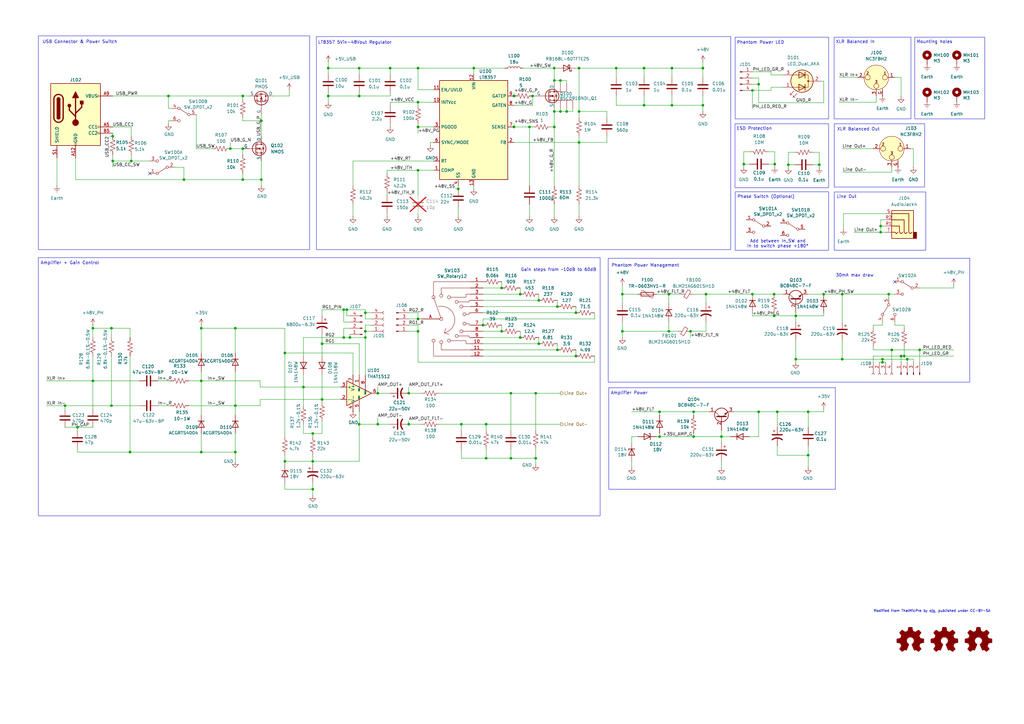
<source format=kicad_sch>
(kicad_sch (version 20231120) (generator "eeschema") (generator_version "8.0")
  (paper "A3")
  (junction (at 167.64 161.29))
  (junction (at 318.77 168.91))
  (junction (at 308.61 120.65))
  (junction (at 189.23 173.99))
  (junction (at 227.33 52.07))
  (junction (at 45.72 134.62))
  (junction (at 331.47 186.69))
  (junction (at 31.75 175.26))
  (junction (at 317.5 120.65))
  (junction (at 228.6 143.51))
  (junction (at 252.73 27.94))
  (junction (at 96.52 166.37))
  (junction (at 116.84 189.23))
  (junction (at 82.55 156.21))
  (junction (at 220.98 140.97))
  (junction (at 107.188 73.66))
  (junction (at 38.1 156.21))
  (junction (at 167.64 173.99))
  (junction (at 128.27 189.23))
  (junction (at 295.91 179.07))
  (junction (at 361.188 92.71))
  (junction (at 377.19 143.51))
  (junction (at 171.45 135.89))
  (junction (at 237.49 27.94))
  (junction (at 45.72 166.37))
  (junction (at 326.39 129.54))
  (junction (at 99.568 73.66))
  (junction (at 345.44 120.65))
  (junction (at 237.49 58.42))
  (junction (at 361.95 147.32))
  (junction (at 96.52 185.42))
  (junction (at 107.188 49.53))
  (junction (at 270.51 179.07))
  (junction (at 132.08 140.97))
  (junction (at 134.62 27.94))
  (junction (at 205.74 135.89))
  (junction (at 288.29 43.18))
  (junction (at 209.55 161.29))
  (junction (at 94.488 60.96))
  (junction (at 187.96 77.47))
  (junction (at 227.33 33.02))
  (junction (at 284.48 179.07))
  (junction (at 69.088 39.37))
  (junction (at 199.39 173.99))
  (junction (at 364.49 120.65))
  (junction (at 149.86 135.89))
  (junction (at 38.1 134.62))
  (junction (at 213.36 120.65))
  (junction (at 128.27 200.66))
  (junction (at 336.042 67.564))
  (junction (at 311.15 168.91))
  (junction (at 288.29 27.94))
  (junction (at 96.52 134.62))
  (junction (at 326.39 147.32))
  (junction (at 220.98 123.19))
  (junction (at 365.76 143.51))
  (junction (at 219.71 161.29))
  (junction (at 132.08 163.83))
  (junction (at 264.16 27.94))
  (junction (at 171.45 130.81))
  (junction (at 255.27 120.65))
  (junction (at 361.188 95.25))
  (junction (at 361.95 148.59))
  (junction (at 128.27 177.8))
  (junction (at 147.32 39.37))
  (junction (at 171.45 27.94))
  (junction (at 142.24 127))
  (junction (at 134.62 39.37))
  (junction (at 255.27 135.89))
  (junction (at 370.84 146.05))
  (junction (at 171.45 41.91))
  (junction (at 147.32 173.99))
  (junction (at 210.82 52.07))
  (junction (at 323.342 67.564))
  (junction (at 149.86 138.43))
  (junction (at 308.61 37.084))
  (junction (at 236.22 146.05))
  (junction (at 237.49 45.72))
  (junction (at 228.6 125.73))
  (junction (at 171.45 52.07))
  (junction (at 317.754 67.31))
  (junction (at 217.17 52.07))
  (junction (at 205.74 118.11))
  (junction (at 219.71 187.96))
  (junction (at 209.55 187.96))
  (junction (at 53.848 66.04))
  (junction (at 140.97 138.43))
  (junction (at 274.32 120.65))
  (junction (at 227.33 27.94))
  (junction (at 198.12 133.35))
  (junction (at 82.55 185.42))
  (junction (at 116.84 144.78))
  (junction (at 372.11 147.32))
  (junction (at 140.97 127))
  (junction (at 229.87 45.72))
  (junction (at 337.82 120.65))
  (junction (at 264.16 43.18))
  (junction (at 171.45 69.85))
  (junction (at 143.51 138.43))
  (junction (at 99.568 39.37))
  (junction (at 345.44 147.32))
  (junction (at 199.39 187.96))
  (junction (at 154.94 161.29))
  (junction (at 283.21 135.89))
  (junction (at 369.57 146.05))
  (junction (at 194.31 27.94))
  (junction (at 274.32 135.89))
  (junction (at 232.41 45.72))
  (junction (at 270.51 168.91))
  (junction (at 275.59 27.94))
  (junction (at 75.438 73.66))
  (junction (at 227.33 45.72))
  (junction (at 160.02 27.94))
  (junction (at 210.82 39.37))
  (junction (at 147.32 27.94))
  (junction (at 53.34 185.42))
  (junction (at 311.15 34.544))
  (junction (at 82.55 134.62))
  (junction (at 149.86 128.27))
  (junction (at 275.59 43.18))
  (junction (at 289.56 120.65))
  (junction (at 218.44 39.37))
  (junction (at 99.568 60.96))
  (junction (at 154.94 173.99))
  (junction (at 305.054 67.31))
  (junction (at 46.228 66.04))
  (junction (at 213.36 138.43))
  (junction (at 26.67 166.37))
  (junction (at 229.87 33.02))
  (junction (at 46.228 55.88))
  (junction (at 284.48 168.91))
  (junction (at 236.22 128.27))
  (junction (at 124.46 158.75))
  (junction (at 317.5 129.54))
  (junction (at 331.47 168.91))
  (no_connect (at 61.468 71.12))
  (no_connect (at 367.03 115.57))
  (wire (pts (xy 337.82 168.91) (xy 337.82 167.64)))
  (wire (pts (xy 149.86 138.43) (xy 149.86 153.67)))
  (wire (pts (xy 289.56 120.65) (xy 308.61 120.65)))
  (wire (pts (xy 46.228 54.61) (xy 46.228 55.88)))
  (wire (pts (xy 295.91 181.61) (xy 295.91 179.07)))
  (wire (pts (xy 96.52 134.62) (xy 96.52 144.78)))
  (wire (pts (xy 160.02 41.91) (xy 171.45 41.91)))
  (wire (pts (xy 140.97 127) (xy 142.24 127)))
  (wire (pts (xy 171.45 52.07) (xy 177.8 52.07)))
  (wire (pts (xy 132.08 127) (xy 140.97 127)))
  (wire (pts (xy 326.39 132.08) (xy 326.39 129.54)))
  (wire (pts (xy 53.848 63.5) (xy 53.848 66.04)))
  (wire (pts (xy 295.91 191.77) (xy 295.91 189.23)))
  (wire (pts (xy 252.73 27.94) (xy 264.16 27.94)))
  (wire (pts (xy 305.054 67.31) (xy 307.594 67.31)))
  (wire (pts (xy 96.52 177.8) (xy 96.52 185.42)))
  (wire (pts (xy 198.12 125.73) (xy 228.6 125.73)))
  (wire (pts (xy 107.188 46.99) (xy 107.188 49.53)))
  (wire (pts (xy 219.71 39.37) (xy 218.44 39.37)))
  (wire (pts (xy 38.1 156.21) (xy 19.05 156.21)))
  (wire (pts (xy 299.72 179.07) (xy 295.91 179.07)))
  (wire (pts (xy 345.44 132.08) (xy 345.44 120.65)))
  (wire (pts (xy 305.054 67.31) (xy 305.054 68.58)))
  (wire (pts (xy 199.39 187.96) (xy 209.55 187.96)))
  (wire (pts (xy 171.45 41.91) (xy 177.8 41.91)))
  (wire (pts (xy 53.848 66.04) (xy 61.468 66.04)))
  (wire (pts (xy 370.84 146.05) (xy 369.57 146.05)))
  (wire (pts (xy 316.23 35.814) (xy 321.31 35.814)))
  (wire (pts (xy 345.44 139.7) (xy 345.44 147.32)))
  (wire (pts (xy 132.08 127) (xy 132.08 129.54)))
  (wire (pts (xy 171.45 135.89) (xy 167.64 135.89)))
  (wire (pts (xy 198.12 133.35) (xy 198.12 130.81)))
  (wire (pts (xy 361.188 90.17) (xy 363.22 90.17)))
  (wire (pts (xy 217.17 83.82) (xy 217.17 88.9)))
  (wire (pts (xy 44.958 55.88) (xy 46.228 55.88)))
  (wire (pts (xy 311.15 168.91) (xy 311.15 179.07)))
  (wire (pts (xy 198.12 130.81) (xy 243.84 130.81)))
  (wire (pts (xy 171.45 133.35) (xy 171.45 135.89)))
  (wire (pts (xy 69.088 50.8) (xy 69.088 49.53)))
  (wire (pts (xy 38.1 156.21) (xy 57.15 156.21)))
  (wire (pts (xy 171.45 69.85) (xy 177.8 69.85)))
  (wire (pts (xy 345.44 60.96) (xy 358.14 60.96)))
  (wire (pts (xy 38.1 146.05) (xy 38.1 156.21)))
  (wire (pts (xy 124.46 177.8) (xy 128.27 177.8)))
  (wire (pts (xy 333.502 67.564) (xy 336.042 67.564)))
  (wire (pts (xy 237.49 58.42) (xy 248.92 58.42)))
  (wire (pts (xy 69.088 39.37) (xy 69.088 44.45)))
  (wire (pts (xy 132.08 140.97) (xy 147.32 140.97)))
  (wire (pts (xy 171.45 50.8) (xy 171.45 52.07)))
  (wire (pts (xy 217.17 52.07) (xy 217.17 76.2)))
  (wire (pts (xy 198.12 140.97) (xy 220.98 140.97)))
  (wire (pts (xy 46.228 39.37) (xy 69.088 39.37)))
  (wire (pts (xy 252.73 27.94) (xy 252.73 31.75)))
  (wire (pts (xy 82.55 156.21) (xy 82.55 170.18)))
  (wire (pts (xy 147.32 27.94) (xy 160.02 27.94)))
  (wire (pts (xy 171.45 130.81) (xy 172.72 130.81)))
  (wire (pts (xy 219.71 176.53) (xy 219.71 161.29)))
  (wire (pts (xy 210.82 50.8) (xy 210.82 52.07)))
  (wire (pts (xy 189.23 187.96) (xy 199.39 187.96)))
  (wire (pts (xy 270.51 177.8) (xy 270.51 179.07)))
  (wire (pts (xy 160.02 50.8) (xy 160.02 52.07)))
  (wire (pts (xy 259.08 191.77) (xy 259.08 189.23)))
  (wire (pts (xy 274.32 132.08) (xy 274.32 135.89)))
  (wire (pts (xy 116.84 144.78) (xy 116.84 179.07)))
  (wire (pts (xy 361.95 147.32) (xy 361.95 148.59)))
  (wire (pts (xy 106.68 158.75) (xy 124.46 158.75)))
  (wire (pts (xy 232.41 33.02) (xy 232.41 34.29)))
  (wire (pts (xy 171.45 69.85) (xy 171.45 80.01)))
  (wire (pts (xy 228.6 123.19) (xy 228.6 125.73)))
  (wire (pts (xy 199.39 176.53) (xy 199.39 173.99)))
  (wire (pts (xy 370.84 133.35) (xy 370.84 134.62)))
  (wire (pts (xy 205.74 115.57) (xy 205.74 118.11)))
  (wire (pts (xy 316.23 30.734) (xy 316.23 29.464)))
  (wire (pts (xy 374.65 60.96) (xy 374.65 68.58)))
  (wire (pts (xy 229.87 33.02) (xy 232.41 33.02)))
  (wire (pts (xy 318.77 168.91) (xy 318.77 175.26)))
  (wire (pts (xy 210.82 38.1) (xy 210.82 39.37)))
  (wire (pts (xy 307.34 179.07) (xy 311.15 179.07)))
  (wire (pts (xy 323.342 67.564) (xy 323.342 68.834)))
  (wire (pts (xy 377.19 143.51) (xy 377.19 148.59)))
  (wire (pts (xy 377.19 118.11) (xy 391.16 118.11)))
  (wire (pts (xy 171.45 87.63) (xy 171.45 88.9)))
  (wire (pts (xy 147.32 168.91) (xy 147.32 173.99)))
  (wire (pts (xy 219.71 187.96) (xy 219.71 184.15)))
  (wire (pts (xy 227.33 33.02) (xy 227.33 34.29)))
  (wire (pts (xy 194.31 27.94) (xy 207.01 27.94)))
  (wire (pts (xy 140.97 138.43) (xy 143.51 138.43)))
  (wire (pts (xy 167.64 130.81) (xy 171.45 130.81)))
  (wire (pts (xy 270.51 168.91) (xy 270.51 170.18)))
  (wire (pts (xy 53.848 52.07) (xy 53.848 55.88)))
  (wire (pts (xy 308.61 37.084) (xy 316.23 37.084)))
  (wire (pts (xy 210.82 52.07) (xy 217.17 52.07)))
  (wire (pts (xy 295.91 179.07) (xy 284.48 179.07)))
  (wire (pts (xy 275.59 27.94) (xy 288.29 27.94)))
  (wire (pts (xy 158.75 78.74) (xy 158.75 80.01)))
  (wire (pts (xy 295.91 179.07) (xy 295.91 176.53)))
  (wire (pts (xy 275.59 43.18) (xy 275.59 39.37)))
  (wire (pts (xy 308.61 129.54) (xy 317.5 129.54)))
  (wire (pts (xy 99.568 40.64) (xy 99.568 39.37)))
  (wire (pts (xy 345.44 147.32) (xy 361.95 147.32)))
  (wire (pts (xy 284.48 179.07) (xy 284.48 177.8)))
  (wire (pts (xy 209.55 184.15) (xy 209.55 187.96)))
  (wire (pts (xy 205.74 133.35) (xy 205.74 135.89)))
  (wire (pts (xy 326.39 139.7) (xy 326.39 147.32)))
  (wire (pts (xy 171.45 43.18) (xy 171.45 41.91)))
  (wire (pts (xy 372.11 147.32) (xy 372.11 148.59)))
  (wire (pts (xy 198.12 146.05) (xy 236.22 146.05)))
  (wire (pts (xy 128.27 203.2) (xy 128.27 200.66)))
  (wire (pts (xy 220.98 120.65) (xy 220.98 123.19)))
  (wire (pts (xy 64.77 156.21) (xy 69.85 156.21)))
  (wire (pts (xy 336.042 62.484) (xy 336.042 67.564)))
  (wire (pts (xy 149.86 128.27) (xy 152.4 128.27)))
  (wire (pts (xy 248.92 45.72) (xy 237.49 45.72)))
  (wire (pts (xy 189.23 173.99) (xy 199.39 173.99)))
  (wire (pts (xy 118.618 36.83) (xy 118.618 39.37)))
  (wire (pts (xy 160.02 27.94) (xy 171.45 27.94)))
  (wire (pts (xy 96.52 134.62) (xy 116.84 134.62)))
  (wire (pts (xy 331.47 168.91) (xy 331.47 175.26)))
  (wire (pts (xy 308.61 34.544) (xy 311.15 34.544)))
  (wire (pts (xy 350.266 95.25) (xy 361.188 95.25)))
  (wire (pts (xy 154.94 171.45) (xy 154.94 173.99)))
  (wire (pts (xy 147.32 173.99) (xy 147.32 189.23)))
  (wire (pts (xy 220.98 138.43) (xy 220.98 140.97)))
  (wire (pts (xy 205.74 118.11) (xy 198.12 118.11)))
  (wire (pts (xy 116.84 190.5) (xy 116.84 189.23)))
  (wire (pts (xy 116.84 189.23) (xy 128.27 189.23)))
  (wire (pts (xy 255.27 116.84) (xy 255.27 120.65)))
  (wire (pts (xy 236.22 125.73) (xy 236.22 128.27)))
  (wire (pts (xy 337.82 128.27) (xy 337.82 129.54)))
  (wire (pts (xy 152.4 133.35) (xy 149.86 133.35)))
  (wire (pts (xy 158.75 69.85) (xy 171.45 69.85)))
  (wire (pts (xy 372.11 147.32) (xy 374.65 147.32)))
  (wire (pts (xy 171.45 135.89) (xy 171.45 148.59)))
  (wire (pts (xy 77.47 166.37) (xy 96.52 166.37)))
  (wire (pts (xy 209.55 187.96) (xy 219.71 187.96)))
  (wire (pts (xy 345.44 120.65) (xy 364.49 120.65)))
  (wire (pts (xy 311.15 42.164) (xy 337.82 42.164)))
  (wire (pts (xy 143.51 137.16) (xy 143.51 138.43)))
  (wire (pts (xy 96.52 166.37) (xy 106.68 166.37)))
  (wire (pts (xy 236.22 27.94) (xy 237.49 27.94)))
  (wire (pts (xy 149.86 133.35) (xy 149.86 135.89)))
  (wire (pts (xy 82.55 152.4) (xy 82.55 156.21)))
  (wire (pts (xy 160.02 39.37) (xy 160.02 38.1)))
  (wire (pts (xy 147.32 140.97) (xy 147.32 153.67)))
  (wire (pts (xy 140.97 138.43) (xy 140.97 134.62)))
  (wire (pts (xy 142.24 127) (xy 149.86 127)))
  (wire (pts (xy 96.52 152.4) (xy 96.52 166.37)))
  (wire (pts (xy 326.39 147.32) (xy 326.39 148.59)))
  (wire (pts (xy 316.23 30.734) (xy 321.31 30.734)))
  (wire (pts (xy 261.62 120.65) (xy 255.27 120.65)))
  (wire (pts (xy 321.31 120.65) (xy 317.5 120.65)))
  (wire (pts (xy 237.49 27.94) (xy 237.49 45.72)))
  (wire (pts (xy 134.62 25.4) (xy 134.62 27.94)))
  (wire (pts (xy 315.214 62.23) (xy 317.754 62.23)))
  (wire (pts (xy 318.77 168.91) (xy 331.47 168.91)))
  (wire (pts (xy 232.41 45.72) (xy 229.87 45.72)))
  (wire (pts (xy 149.86 135.89) (xy 149.86 138.43)))
  (wire (pts (xy 227.33 52.07) (xy 227.33 76.2)))
  (wire (pts (xy 234.95 45.72) (xy 234.95 44.45)))
  (wire (pts (xy 171.45 52.07) (xy 171.45 54.61)))
  (wire (pts (xy 270.51 179.07) (xy 284.48 179.07)))
  (wire (pts (xy 345.948 87.63) (xy 345.948 93.98)))
  (wire (pts (xy 144.78 66.04) (xy 144.78 76.2)))
  (wire (pts (xy 132.08 177.8) (xy 132.08 172.72)))
  (wire (pts (xy 53.34 138.43) (xy 53.34 134.62)))
  (wire (pts (xy 26.67 166.37) (xy 45.72 166.37)))
  (wire (pts (xy 82.55 185.42) (xy 96.52 185.42)))
  (wire (pts (xy 147.32 30.48) (xy 147.32 27.94)))
  (wire (pts (xy 315.214 67.31) (xy 317.754 67.31)))
  (wire (pts (xy 232.41 45.72) (xy 232.41 44.45)))
  (wire (pts (xy 106.68 166.37) (xy 106.68 163.83)))
  (wire (pts (xy 46.228 66.04) (xy 46.228 68.58)))
  (wire (pts (xy 139.7 158.75) (xy 124.46 158.75)))
  (wire (pts (xy 134.62 41.91) (xy 134.62 39.37)))
  (wire (pts (xy 243.84 146.05) (xy 243.84 148.59)))
  (wire (pts (xy 288.29 43.18) (xy 288.29 45.72)))
  (wire (pts (xy 229.87 45.72) (xy 229.87 44.45)))
  (wire (pts (xy 75.438 68.58) (xy 75.438 73.66)))
  (wire (pts (xy 94.488 58.42) (xy 94.488 60.96)))
  (wire (pts (xy 344.17 31.75) (xy 351.79 31.75)))
  (wire (pts (xy 363.22 148.59) (xy 361.95 148.59)))
  (wire (pts (xy 160.02 41.91) (xy 160.02 43.18)))
  (wire (pts (xy 323.342 67.564) (xy 325.882 67.564)))
  (wire (pts (xy 361.188 95.25) (xy 363.22 95.25)))
  (wire (pts (xy 176.53 58.42) (xy 176.53 59.69)))
  (wire (pts (xy 167.64 133.35) (xy 171.45 133.35)))
  (wire (pts (xy 391.16 116.84) (xy 391.16 118.11)))
  (wire (pts (xy 45.72 146.05) (xy 45.72 166.37)))
  (wire (pts (xy 331.47 182.88) (xy 331.47 186.69)))
  (wire (pts (xy 274.32 135.89) (xy 278.13 135.89)))
  (wire (pts (xy 255.27 124.46) (xy 255.27 120.65)))
  (wire (pts (xy 275.59 27.94) (xy 275.59 31.75)))
  (wire (pts (xy 187.96 76.2) (xy 187.96 77.47)))
  (wire (pts (xy 361.95 148.59) (xy 360.68 148.59)))
  (wire (pts (xy 365.76 143.51) (xy 365.76 148.59)))
  (wire (pts (xy 149.86 130.81) (xy 152.4 130.81)))
  (wire (pts (xy 308.61 129.54) (xy 308.61 128.27)))
  (wire (pts (xy 180.34 161.29) (xy 209.55 161.29)))
  (wire (pts (xy 333.502 62.484) (xy 336.042 62.484)))
  (wire (pts (xy 361.188 90.17) (xy 361.188 92.71)))
  (wire (pts (xy 144.78 83.82) (xy 144.78 88.9)))
  (wire (pts (xy 214.63 27.94) (xy 227.33 27.94)))
  (wire (pts (xy 144.78 66.04) (xy 177.8 66.04)))
  (wire (pts (xy 46.228 66.04) (xy 53.848 66.04)))
  (wire (pts (xy 154.94 161.29) (xy 160.02 161.29)))
  (wire (pts (xy 80.518 60.96) (xy 86.868 60.96)))
  (wire (pts (xy 288.29 25.4) (xy 288.29 27.94)))
  (wire (pts (xy 96.52 189.23) (xy 96.52 185.42)))
  (wire (pts (xy 116.84 144.78) (xy 144.78 144.78)))
  (wire (pts (xy 344.17 41.91) (xy 359.41 41.91)))
  (wire (pts (xy 259.08 168.91) (xy 270.51 168.91)))
  (wire (pts (xy 38.1 134.62) (xy 38.1 138.43)))
  (wire (pts (xy 128.27 186.69) (xy 128.27 189.23)))
  (wire (pts (xy 259.08 179.07) (xy 261.62 179.07)))
  (wire (pts (xy 132.08 165.1) (xy 132.08 163.83)))
  (wire (pts (xy 259.08 181.61) (xy 259.08 179.07)))
  (wire (pts (xy 128.27 189.23) (xy 147.32 189.23)))
  (wire (pts (xy 142.24 127) (xy 142.24 129.54)))
  (wire (pts (xy 149.86 130.81) (xy 149.86 128.27)))
  (wire (pts (xy 167.64 172.72) (xy 167.64 173.99)))
  (wire (pts (xy 187.96 85.09) (xy 187.96 88.9)))
  (wire (pts (xy 227.33 33.02) (xy 229.87 33.02)))
  (wire (pts (xy 226.06 52.07) (xy 227.33 52.07)))
  (wire (pts (xy 337.82 129.54) (xy 326.39 129.54)))
  (wire (pts (xy 116.84 186.69) (xy 116.84 189.23)))
  (wire (pts (xy 99.568 71.12) (xy 99.568 73.66)))
  (wire (pts (xy 31.75 175.26) (xy 38.1 175.26)))
  (wire (pts (xy 283.21 135.89) (xy 283.21 138.43)))
  (wire (pts (xy 75.438 68.58) (xy 71.628 68.58)))
  (wire (pts (xy 252.73 39.37) (xy 252.73 43.18)))
  (wire (pts (xy 289.56 120.65) (xy 289.56 124.46)))
  (wire (pts (xy 77.47 156.21) (xy 82.55 156.21)))
  (wire (pts (xy 82.55 134.62) (xy 82.55 144.78)))
  (wire (pts (xy 177.8 58.42) (xy 176.53 58.42)))
  (wire (pts (xy 217.17 52.07) (xy 218.44 52.07)))
  (wire (pts (xy 199.39 173.99) (xy 229.87 173.99)))
  (wire (pts (xy 237.49 58.42) (xy 237.49 76.2)))
  (wire (pts (xy 116.84 198.12) (xy 116.84 200.66)))
  (wire (pts (xy 220.98 123.19) (xy 198.12 123.19)))
  (wire (pts (xy 45.72 134.62) (xy 53.34 134.62)))
  (wire (pts (xy 69.088 39.37) (xy 99.568 39.37)))
  (wire (pts (xy 134.62 27.94) (xy 147.32 27.94)))
  (wire (pts (xy 264.16 43.18) (xy 252.73 43.18)))
  (wire (pts (xy 53.34 185.42) (xy 82.55 185.42)))
  (wire (pts (xy 167.64 173.99) (xy 172.72 173.99)))
  (wire (pts (xy 358.14 146.05) (xy 358.14 148.59)))
  (wire (pts (xy 311.15 168.91) (xy 318.77 168.91)))
  (wire (pts (xy 198.12 120.65) (xy 213.36 120.65)))
  (wire (pts (xy 99.568 60.96) (xy 99.568 63.5)))
  (wire (pts (xy 228.6 140.97) (xy 228.6 143.51)))
  (wire (pts (xy 264.16 43.18) (xy 264.16 39.37)))
  (wire (pts (xy 218.44 39.37) (xy 218.44 43.18)))
  (wire (pts (xy 57.15 166.37) (xy 45.72 166.37)))
  (wire (pts (xy 149.86 127) (xy 149.86 128.27)))
  (wire (pts (xy 358.14 146.05) (xy 369.57 146.05)))
  (wire (pts (xy 345.694 70.612) (xy 365.76 70.612)))
  (wire (pts (xy 171.45 27.94) (xy 194.31 27.94)))
  (wire (pts (xy 377.19 143.51) (xy 391.16 143.51)))
  (wire (pts (xy 80.518 46.99) (xy 80.518 60.96)))
  (wire (pts (xy 45.72 134.62) (xy 45.72 138.43)))
  (wire (pts (xy 82.55 134.62) (xy 96.52 134.62)))
  (wire (pts (xy 374.65 147.32) (xy 374.65 148.59)))
  (wire (pts (xy 289.56 135.89) (xy 289.56 132.08)))
  (wire (pts (xy 288.29 27.94) (xy 288.29 31.75)))
  (wire (pts (xy 82.55 177.8) (xy 82.55 185.42)))
  (wire (pts (xy 31.75 176.53) (xy 31.75 175.26)))
  (wire (pts (xy 326.39 147.32) (xy 345.44 147.32)))
  (wire (pts (xy 140.97 134.62) (xy 143.51 134.62)))
  (wire (pts (xy 99.568 49.53) (xy 107.188 49.53)))
  (wire (pts (xy 99.568 48.26) (xy 99.568 49.53)))
  (wire (pts (xy 331.47 120.65) (xy 337.82 120.65)))
  (wire (pts (xy 132.08 140.97) (xy 132.08 146.05)))
  (wire (pts (xy 209.55 161.29) (xy 219.71 161.29)))
  (wire (pts (xy 26.67 175.26) (xy 31.75 175.26)))
  (wire (pts (xy 370.84 146.05) (xy 391.16 146.05)))
  (wire (pts (xy 316.23 35.814) (xy 316.23 37.084)))
  (wire (pts (xy 171.45 148.59) (xy 243.84 148.59)))
  (wire (pts (xy 311.15 168.91) (xy 300.99 168.91)))
  (wire (pts (xy 209.55 176.53) (xy 209.55 161.29)))
  (wire (pts (xy 177.8 36.83) (xy 171.45 36.83)))
  (wire (pts (xy 132.08 153.67) (xy 132.08 163.83)))
  (wire (pts (xy 210.82 43.18) (xy 218.44 43.18)))
  (wire (pts (xy 189.23 176.53) (xy 189.23 173.99)))
  (wire (pts (xy 128.27 177.8) (xy 128.27 179.07)))
  (wire (pts (xy 124.46 166.37) (xy 124.46 158.75)))
  (wire (pts (xy 99.568 39.37) (xy 102.108 39.37)))
  (wire (pts (xy 365.76 70.612) (xy 365.76 68.58)))
  (wire (pts (xy 53.34 146.05) (xy 53.34 185.42)))
  (wire (pts (xy 308.61 29.464) (xy 316.23 29.464)))
  (wire (pts (xy 361.188 92.71) (xy 363.22 92.71)))
  (wire (pts (xy 237.49 55.88) (xy 237.49 58.42)))
  (wire (pts (xy 94.488 60.96) (xy 99.568 60.96)))
  (wire (pts (xy 274.32 124.46) (xy 274.32 120.65)))
  (wire (pts (xy 171.45 27.94) (xy 171.45 36.83)))
  (wire (pts (xy 158.75 71.12) (xy 158.75 69.85)))
  (wire (pts (xy 38.1 134.62) (xy 45.72 134.62)))
  (wire (pts (xy 19.05 166.37) (xy 26.67 166.37)))
  (wire (pts (xy 171.45 128.27) (xy 171.45 130.81)))
  (wire (pts (xy 358.14 142.24) (xy 358.14 143.51)))
  (wire (pts (xy 227.33 27.94) (xy 228.6 27.94)))
  (wire (pts (xy 318.77 186.69) (xy 331.47 186.69)))
  (wire (pts (xy 143.51 138.43) (xy 149.86 138.43)))
  (wire (pts (xy 374.65 60.96) (xy 373.38 60.96)))
  (wire (pts (xy 147.32 173.99) (xy 154.94 173.99)))
  (wire (pts (xy 367.03 133.35) (xy 367.03 132.08)))
  (wire (pts (xy 227.33 45.72) (xy 229.87 45.72)))
  (wire (pts (xy 139.7 163.83) (xy 132.08 163.83)))
  (wire (pts (xy 158.75 88.9) (xy 158.75 87.63)))
  (wire (pts (xy 82.55 156.21) (xy 106.68 156.21)))
  (wire (pts (xy 107.188 76.2) (xy 107.188 73.66)))
  (wire (pts (xy 367.03 120.65) (xy 364.49 120.65)))
  (wire (pts (xy 308.61 120.65) (xy 317.5 120.65)))
  (wire (pts (xy 82.55 134.62) (xy 82.55 133.35)))
  (wire (pts (xy 274.32 120.65) (xy 279.4 120.65)))
  (wire (pts (xy 128.27 190.5) (xy 128.27 189.23)))
  (wire (pts (xy 317.754 67.31) (xy 317.754 68.58)))
  (wire (pts (xy 305.054 62.23) (xy 305.054 67.31)))
  (wire (pts (xy 227.33 45.72) (xy 227.33 44.45)))
  (wire (pts (xy 38.1 156.21) (xy 38.1 167.64)))
  (wire (pts (xy 96.52 166.37) (xy 96.52 170.18)))
  (wire (pts (xy 311.15 34.544) (xy 311.15 42.164)))
  (wire (pts (xy 167.64 128.27) (xy 171.45 128.27)))
  (wire (pts (xy 255.27 135.89) (xy 255.27 138.43)))
  (wire (pts (xy 124.46 177.8) (xy 124.46 173.99)))
  (wire (pts (xy 31.75 185.42) (xy 31.75 184.15)))
  (wire (pts (xy 331.47 186.69) (xy 331.47 191.77)))
  (wire (pts (xy 38.1 134.62) (xy 38.1 133.35)))
  (wire (pts (xy 308.61 37.084) (xy 308.61 44.704)))
  (wire (pts (xy 275.59 43.18) (xy 264.16 43.18)))
  (wire (pts (xy 198.12 143.51) (xy 228.6 143.51)))
  (wire (pts (xy 106.68 158.75) (xy 106.68 156.21)))
  (wire (pts (xy 325.882 62.484) (xy 323.342 62.484)))
  (wire (pts (xy 64.77 166.37) (xy 69.85 166.37)))
  (wire (pts (xy 30.988 64.77) (xy 30.988 73.66)))
  (wire (pts (xy 128.27 200.66) (xy 128.27 198.12)))
  (wire (pts (xy 134.62 38.1) (xy 134.62 39.37)))
  (wire (pts (xy 147.32 39.37) (xy 134.62 39.37)))
  (wire (pts (xy 243.84 130.81) (xy 243.84 128.27)))
  (wire (pts (xy 284.48 168.91) (xy 290.83 168.91)))
  (wire (pts (xy 189.23 184.15) (xy 189.23 187.96)))
  (wire (pts (xy 284.48 120.65) (xy 289.56 120.65)))
  (wire (pts (xy 337.82 120.65) (xy 345.44 120.65)))
  (wire (pts (xy 370.84 142.24) (xy 370.84 146.05)))
  (wire (pts (xy 331.47 168.91) (xy 337.82 168.91)))
  (wire (pts (xy 269.24 179.07) (xy 270.51 179.07)))
  (wire (pts (xy 337.82 33.274) (xy 336.55 33.274)))
  (wire (pts (xy 237.49 27.94) (xy 252.73 27.94)))
  (wire (pts (xy 167.64 158.75) (xy 167.64 161.29)))
  (wire (pts (xy 219.71 190.5) (xy 219.71 187.96)))
  (wire (pts (xy 248.92 48.26) (xy 248.92 45.72)))
  (wire (pts (xy 358.14 133.35) (xy 358.14 134.62)))
  (wire (pts (xy 317.5 129.54) (xy 317.5 128.27)))
  (wire (pts (xy 227.33 83.82) (xy 227.33 88.9)))
  (wire (pts (xy 75.438 73.66) (xy 99.568 73.66)))
  (wire (pts (xy 323.342 62.484) (xy 323.342 67.564)))
  (wire (pts (xy 112.268 39.37) (xy 118.618 39.37)))
  (wire (pts (xy 213.36 135.89) (xy 213.36 138.43)))
  (wire (pts (xy 288.29 39.37) (xy 288.29 43.18)))
  (wire (pts (xy 248.92 58.42) (xy 248.92 55.88)))
  (wire (pts (xy 132.08 137.16) (xy 132.08 140.97)))
  (wire (pts (xy 369.57 31.75) (xy 367.03 31.75)))
  (wire (pts (xy 317.5 129.54) (xy 326.39 129.54)))
  (wire (pts (xy 46.228 66.04) (xy 46.228 63.5)))
  (wire (pts (xy 361.188 92.71) (xy 361.188 95.25)))
  (wire (pts (xy 361.95 133.35) (xy 358.14 133.35)))
  (wire (pts (xy 199.39 184.15) (xy 199.39 187.96)))
  (wire (pts (xy 365.76 143.51) (xy 377.19 143.51)))
  (wire (pts (xy 147.32 39.37) (xy 160.02 39.37)))
  (wire (pts (xy 337.82 42.164) (xy 337.82 33.274)))
  (wire (pts (xy 311.15 32.004) (xy 311.15 34.544)))
  (wire (pts (xy 194.31 27.94) (xy 194.31 30.48)))
  (wire (pts (xy 307.594 62.23) (xy 305.054 62.23)))
  (wire (pts (xy 144.78 144.78) (xy 144.78 153.67)))
  (wire (pts (xy 30.988 73.66) (xy 75.438 73.66)))
  (wire (pts (xy 142.24 129.54) (xy 143.51 129.54)))
  (wire (pts (xy 283.21 135.89) (xy 289.56 135.89)))
  (wire (pts (xy 198.12 128.27) (xy 236.22 128.27)))
  (wire (pts (xy 186.69 77.47) (xy 187.96 77.47)))
  (wire (pts (xy 124.46 153.67) (xy 124.46 158.75)))
  (wire (pts (xy 124.46 138.43) (xy 124.46 146.05)))
  (wire (pts (xy 147.32 38.1) (xy 147.32 39.37)))
  (wire (pts (xy 284.48 168.91) (xy 284.48 170.18)))
  (wire (pts (xy 154.94 158.75) (xy 154.94 161.29)))
  (wire (pts (xy 134.62 30.48) (xy 134.62 27.94)))
  (wire (pts (xy 361.95 147.32) (xy 372.11 147.32)))
  (wire (pts (xy 361.95 133.35) (xy 361.95 132.08)))
  (wire (pts (xy 219.71 161.29) (xy 229.87 161.29)))
  (wire (pts (xy 326.39 128.27) (xy 326.39 129.54)))
  (wire (pts (xy 237.49 45.72) (xy 237.49 48.26)))
  (wire (pts (xy 107.188 66.04) (xy 107.188 73.66)))
  (wire (pts (xy 227.33 27.94) (xy 227.33 33.02)))
  (wire (pts (xy 270.51 168.91) (xy 284.48 168.91)))
  (wire (pts (xy 23.368 76.2) (xy 23.368 64.77)))
  (wire (pts (xy 236.22 143.51) (xy 236.22 146.05)))
  (wire (pts (xy 364.49 120.65) (xy 364.49 121.92)))
  (wire (pts (xy 255.27 135.89) (xy 274.32 135.89)))
  (wire (pts (xy 275.59 43.18) (xy 288.29 43.18)))
  (wire (pts (xy 69.088 49.53) (xy 70.358 49.53)))
  (wire (pts (xy 69.088 44.45) (xy 70.358 44.45)))
  (wire (pts (xy 210.82 58.42) (xy 237.49 58.42)))
  (wire (pts (xy 232.41 45.72) (xy 234.95 45.72)))
  (wire (pts (xy 140.97 127) (xy 140.97 132.08)))
  (wire (pts (xy 107.188 49.53) (xy 107.188 55.88)))
  (wire (pts (xy 140.97 132.08) (xy 143.51 132.08)))
  (wire (pts (xy 107.188 73.66) (xy 99.568 73.66)))
  (wire (pts (xy 198.12 138.43) (xy 213.36 138.43)))
  (wire (pts (xy 124.46 138.43) (xy 140.97 138.43)))
  (wire (pts (xy 26.67 167.64) (xy 26.67 166.37)))
  (wire (pts (xy 237.49 83.82) (xy 237.49 88.9)))
  (wire (pts (xy 198.12 135.89) (xy 205.74 135.89)))
  (wire (pts (xy 264.16 27.94) (xy 275.59 27.94)))
  (wire (pts (xy 358.14 143.51) (xy 365.76 143.51)))
  (wire (pts (xy 269.24 120.65) (xy 274.32 120.65)))
  (wire (pts (xy 160.02 27.94) (xy 160.02 30.48)))
  (wire (pts (xy 31.75 185.42) (xy 53.34 185.42)))
  (wire (pts (xy 359.41 41.91) (xy 359.41 39.37)))
  (wire (pts (xy 367.03 133.35) (xy 370.84 133.35)))
  (wire (pts (xy 369.57 31.75) (xy 369.57 39.624)))
  (wire (pts (xy 308.61 32.004) (xy 311.15 32.004)))
  (wire (pts (xy 149.86 135.89) (xy 152.4 135.89)))
  (wire (pts (xy 106.68 163.83) (xy 132.08 163.83)))
  (wire (pts (xy 116.84 200.66) (xy 128.27 200.66)))
  (wire (pts (xy 336.042 67.564) (xy 336.042 68.834)))
  (wire (pts (xy 255.27 132.08) (xy 255.27 135.89)))
  (wire (pts (xy 229.87 33.02) (xy 229.87 34.29)))
  (wire (pts (xy 213.36 118.11) (xy 213.36 120.65)))
  (wire (pts (xy 369.57 146.05) (xy 369.57 148.59)))
  (wire (pts (xy 363.22 87.63) (xy 345.948 87.63)))
  (wire (pts (xy 116.84 134.62) (xy 116.84 144.78)))
  (wire (pts (xy 264.16 27.94) (xy 264.16 31.75)))
  (wire (pts (xy 46.228 52.07) (xy 53.848 52.07)))
  (wire (pts (xy 167.64 161.29) (xy 172.72 161.29)))
  (wire (pts (xy 154.94 173.99) (xy 160.02 173.99)))
  (wire (pts (xy 194.31 76.2) (xy 194.31 77.47)))
  (wire (pts (xy 128.27 177.8) (xy 132.08 177.8)))
  (wire (pts (xy 317.754 62.23) (xy 317.754 67.31)))
  (wire (pts (xy 180.34 173.99) (xy 189.23 173.99)))
  (wire (pts (xy 318.77 186.69) (xy 318.77 182.88)))
  (wire (pts (xy 227.33 45.72) (xy 227.33 52.07)))
  (rectangle (start 15.748 105.664) (end 246.126 211.582))
  (rectangle (start 129.794 14.986) (end 299.72 102.362))
  (rectangle (start 342.138 78.74) (end 379.73 102.616))
  (rectangle (start 301.5066 78.684) (end 339.852 102.616))
  (rectangle (start 301.498 15.24) (end 339.852 48.768))
  (rectangle (start 342.0946 15.24) (end 373.634 48.768))
  (rectangle (start 342.138 50.8) (end 379.222 76.708))
  (rectangle (start 375.158 15.24) (end 403.86 48.768))
  (rectangle (start 15.748 14.732) (end 127 102.362))
  (rectangle (start 301.4546 50.8) (end 339.852 76.975))
  (rectangle (start 249.682 159.004) (end 342.646 200.66))
  (rectangle (start 249.428 105.918) (end 397.764 156.718))
  (text "XLR Balanced Out" (at 352.044 53.086 0) (effects (font (size 1.27 1.27))))
  (text "Phase Switch (Optional)" (at 314.198 80.772 0) (effects (font (size 1.27 1.27))))
  (text "Line Out" (at 347.218 80.772 0) (effects (font (size 1.27 1.27))))
  (text "Amplifier + Gain Control" (at 28.702 107.95 0) (effects (font (size 1.27 1.27))))
  (text "LT8357 5Vin-48Vout Regulator" (at 145.542 17.526 0) (effects (font (size 1.27 1.27))))
  (text "XLR Balanced In" (at 350.774 17.272 0) (effects (font (size 1.27 1.27))))
  (text "Mounting holes" (at 383.286 17.272 0) (effects (font (size 1.27 1.27))))
  (text "30mA max draw" (at 350.52 113.03 0) (effects (font (size 1.27 1.27))))
  (text "ESD Protection" (at 309.372 52.832 0) (effects (font (size 1.27 1.27))))
  (text "USB Connector & Power Switch" (at 32.766 17.272 0) (effects (font (size 1.27 1.27))))
  (text "Modified from ThatMicPre by ojg, published under CC-BY-SA" (at 382.27 250.698 0) (effects (font (size 1.016 1.016))))
  (text "Phantom Power LED" (at 311.912 17.526 0) (effects (font (size 1.27 1.27))))
  (text "Gain steps from ~10dB to 60dB" (at 229.108 110.744 0) (effects (font (size 1.27 1.27))))
  (text "Add between In_SW and\nIn to switch phase +180*" (at 319.0326 100.02 0) (effects (font (size 1.27 1.27))))
  (text "Amplifier Power" (at 258.064 161.29 0) (effects (font (size 1.27 1.27))))
  (text "Phantom Power Management" (at 264.668 108.966 0) (effects (font (size 1.27 1.27))))
  (label "+48V_PH_G" (at 308.61 129.54 0))
  (label "In+_SW" (at 85.09 156.21 0))
  (label "+48V_FB" (at 218.44 58.42 0))
  (label "USB_CC1" (at 46.228 52.07 0))
  (label "In+_R" (at 64.77 156.21 0))
  (label "+48V_SS" (at 186.69 77.47 180))
  (label "XLR In+" (at 344.17 31.75 0))
  (label "AMP_OUT+" (at 154.94 158.75 0))
  (label "+48V_G_R" (at 227.33 60.96 270))
  (label "+48V_FLT_R" (at 269.24 120.65 0))
  (label "RG2_R" (at 167.64 128.27 0))
  (label "PH_CAP" (at 29.21 175.26 0))
  (label "+48V_G_P" (at 210.82 38.1 0))
  (label "RG1" (at 133.35 140.97 0))
  (label "PH_LED_GR" (at 378.46 146.05 0))
  (label "XLR In-" (at 344.17 41.91 0))
  (label "XLR In+" (at 19.05 156.21 0))
  (label "AMP_OUT_FLT-" (at 167.64 172.72 0))
  (label "Line Out+" (at 350.266 95.25 0))
  (label "+48V_VCC" (at 160.02 41.91 0))
  (label "PH_LED_RED" (at 378.46 143.51 0))
  (label "USB_G_P" (at 107.188 55.88 90))
  (label "+48V_ITH_R" (at 158.75 80.01 0))
  (label "USB_CC_SW" (at 46.228 68.58 0))
  (label "+48V_FLT_N" (at 283.21 138.43 0))
  (label "RG1_R" (at 167.64 133.35 0))
  (label "USB_CC2" (at 44.958 55.88 270))
  (label "+48V_G" (at 210.82 43.18 0))
  (label "PH_LED_RED_R" (at 308.61 44.704 0))
  (label "+48V_FLT" (at 298.45 120.65 0))
  (label "In-_SW" (at 85.09 166.37 0))
  (label "GND_R" (at 326.39 42.164 0))
  (label "AMP_OUT_FLT+" (at 167.64 158.75 0))
  (label "RG1_PIN" (at 132.08 127 0))
  (label "+48V_RT" (at 160.02 66.04 0))
  (label "PH_LED_GR_R" (at 308.61 29.464 0))
  (label "+48V_SW" (at 217.17 27.94 0))
  (label "+48V_PG" (at 171.45 54.61 0))
  (label "RG2" (at 133.35 138.43 0))
  (label "XLR In-" (at 19.05 166.37 0))
  (label "USB_SW" (at 80.518 60.96 0))
  (label "AMP_OUT-" (at 154.94 171.45 0))
  (label "+48V_PH_SW" (at 337.82 120.65 0))
  (label "+48V_FLT" (at 259.08 168.91 0))
  (label "Line Out-" (at 345.694 70.612 0))
  (label "+35V_AMP_G" (at 271.78 179.07 0))
  (label "Line Out+" (at 345.44 60.96 0))
  (label "+48V_SNS" (at 210.82 50.8 0))
  (label "+48V_ITH" (at 160.02 69.85 0))
  (label "USB_G_N" (at 94.488 58.42 0))
  (label "USB_PWR" (at 47.498 39.37 0))
  (label "In-_R" (at 64.77 166.37 0))
  (hierarchical_label "Line Out-" (shape output) (at 229.87 173.99 0))
  (hierarchical_label "Line Out+" (shape output) (at 229.87 161.29 0))
  (symbol (lib_id "Device:D_Zener") (at 265.43 179.07 0) (mirror y) (unit 1)
    (property "Reference" "D112" (at 271.526 182.118 0) (effects (justify left)))
    (property "Value" "18V" (at 271.526 184.4294 0) (effects (justify left)))
    (property "Footprint" "Diode_SMD:D_SOD-123" (effects (hide yes)))
    (property "Mfr Part Nr" "BZT52C18-E3-08 " (effects (hide yes)))
  )
  (symbol (lib_id "power:GND1") (at 107.188 76.2 0) (unit 1)
    (property "Reference" "#PWR0121" (effects (hide yes)))
    (property "Value" "GND" (at 107.442 80.518 0))
    (property "Description" "Power symbol creates a global label with name \"GND1\" , ground" (effects (hide yes)))
  )
  (symbol (lib_id "power:GND1") (at 288.29 45.72 0) (unit 1)
    (property "Reference" "#PWR0110" (effects (hide yes)))
    (property "Value" "GND" (at 288.29 50.8 0))
    (property "Description" "Power symbol creates a global label with name \"GND1\" , ground" (effects (hide yes)))
  )
  (symbol (lib_id "power:GND") (at 96.52 189.23 0) (unit 1)
    (property "Reference" "#PWR0139" (effects (hide yes)))
    (property "Value" "GND" (at 93.726 189.23 0))
  )
  (symbol (lib_id "Project_Library:LT8357") (at 194.31 43.18 0) (unit 1)
    (property "Reference" "U100" (at 196.5041 29.21 0) (effects (justify left)))
    (property "Value" "LT8357" (at 196.5041 31.75 0) (effects (justify left)))
    (property "Footprint" "Package_SO:MSOP-12-1EP_3x4mm_P0.65mm_EP1.65x2.85mm_ThermalVias" (effects (hide yes)))
    (property "Description" "LT8357" (effects (hide yes)))
  )
  (symbol (lib_id "Device:R_US") (at 171.45 46.99 180) (unit 1)
    (property "Reference" "R102" (at 167.64 45.974 0))
    (property "Value" "100k" (at 167.64 48.514 0))
    (property "Footprint" "Resistor_SMD:R_0402_1005Metric" (effects (hide yes)))
    (property "Description" "CRCW0402100KFKEDC" (effects (hide yes)))
  )
  (symbol (lib_id "Device:C_Polarized_US") (at 132.08 133.35 0) (mirror y) (unit 1)
    (property "Reference" "C117" (at 129.286 130.556 0) (effects (justify left)))
    (property "Value" "6800u-6.3V" (at 129.286 133.096 0) (effects (justify left)))
    (property "Footprint" "Capacitor_THT:CP_Radial_D12.5mm_P5.00mm" (effects (hide yes)))
    (property "Mfr Part Nr" "6.3YXJ6800M12.5X25 " (effects (hide yes)))
  )
  (symbol (lib_id "Device:C") (at 134.62 34.29 0) (unit 1)
    (property "Reference" "C100" (at 137.414 32.766 0) (effects (justify left)))
    (property "Value" "10u" (at 137.414 35.306 0) (effects (justify left)))
    (property "Footprint" "Capacitor_SMD:C_1206_3216Metric" (effects (hide yes)))
    (property "Description" "CNC5L1X7R1E106K160AE" (effects (hide yes)))
  )
  (symbol (lib_id "Device:D") (at 303.53 179.07 0) (unit 1)
    (property "Reference" "D113" (at 307.086 173.736 0) (effects (justify right)))
    (property "Value" "1N4148W" (at 307.086 176.0474 0) (effects (justify right)))
    (property "Footprint" "Diode_SMD:D_SOD-123" (effects (hide yes)))
    (property "Mfr Part Nr" "1N4148W-HG3_A-08 " (effects (hide yes)))
  )
  (symbol (lib_id "Device:R_US") (at 73.66 166.37 270) (unit 1)
    (property "Reference" "R135" (at 74.676 169.164 90))
    (property "Value" "10-1W" (at 74.676 171.704 90))
    (property "Footprint" "Resistor_SMD:R_1206_3216Metric" (effects (hide yes)))
    (property "Mfr Part Nr" "CSRT1206FT10R0" (effects (hide yes)))
  )
  (symbol (lib_id "Connector:Conn_01x04_Pin") (at 303.53 32.004 0) (unit 1)
    (property "Reference" "J101" (at 305.562 26.416 0))
    (property "Value" "4-pin_0deg_header" (effects (hide yes)))
    (property "Footprint" "Connector_PinHeader_2.54mm:PinHeader_1x04_P2.54mm_Vertical" (effects (hide yes)))
    (property "Description" "Generic connector, single row, 01x04, script generated" (effects (hide yes)))
  )
  (symbol (lib_id "power:+1V0") (at 82.55 133.35 0) (unit 1)
    (property "Reference" "#PWR0134" (effects (hide yes)))
    (property "Value" "+35V" (at 82.55 128.27 0))
    (property "Description" "Power symbol creates a global label with name \"+1V0\"" (effects (hide yes)))
  )
  (symbol (lib_id "power:GND") (at 259.08 191.77 0) (mirror y) (unit 1)
    (property "Reference" "#PWR0141" (effects (hide yes)))
    (property "Value" "GND" (at 258.953 196.1642 0))
  )
  (symbol (lib_id "Device:C") (at 60.96 156.21 90) (mirror x) (unit 1)
    (property "Reference" "C120" (at 60.706 150.3426 90))
    (property "Value" "47u-63V-BP" (at 60.706 152.654 90))
    (property "Footprint" "Capacitor_THT:C_Radial_D10.0mm_H16.0mm_P5.00mm" (effects (hide yes)))
    (property "Mfr Part Nr" "UVP1J470MPD" (effects (hide yes)))
  )
  (symbol (lib_id "power:Earth") (at 336.042 68.834 0) (unit 1)
    (property "Reference" "#PWR0119" (effects (hide yes)))
    (property "Value" "Earth" (at 336.042 73.914 0))
    (property "Description" "Power symbol creates a global label with name \"Earth\"" (effects (hide yes)))
  )
  (symbol (lib_id "Connector:Conn_01x04_Pin") (at 148.59 134.62 180) (unit 1)
    (property "Reference" "J107" (at 143.256 125.73 0) (effects (justify right)))
    (property "Value" "4-pin_0deg_header" (effects (hide yes)))
    (property "Footprint" "Connector_PinHeader_2.54mm:PinHeader_1x04_P2.54mm_Vertical" (effects (hide yes)))
    (property "Description" "Generic connector, single row, 01x04, script generated" (effects (hide yes)))
  )
  (symbol (lib_id "Switch:SW_DPDT_x2") (at 75.438 46.99 0) (mirror y) (unit 2)
    (property "Reference" "SW100" (at 81.28 41.6306 0))
    (property "Value" "SW_DPDT_x2" (at 81.28 43.942 0))
    (property "Footprint" "footprint:PBH2UEESNPNAGX_EWI" (effects (hide yes)))
    (property "Mfr Part Nr" "PBH2UEESNPNAGX" (effects (hide yes)))
  )
  (symbol (lib_id "Device:C") (at 248.92 52.07 0) (unit 1)
    (property "Reference" "C108" (at 252.73 50.7999 0) (effects (justify left)))
    (property "Value" "560p" (at 252.73 53.3399 0) (effects (justify left)))
    (property "Footprint" "Capacitor_SMD:C_0402_1005Metric" (effects (hide yes)))
    (property "Description" "Unpolarized capacitor" (effects (hide yes)))
  )
  (symbol (lib_id "Device:R_US") (at 224.79 140.97 270) (unit 1)
    (property "Reference" "R127" (at 224.79 135.89 90))
    (property "Value" "6.81" (at 224.79 138.43 90))
    (property "Footprint" "Resistor_SMD:R_0805_2012Metric" (effects (hide yes)))
    (property "Mfr Part Nr" "ERA-6AEB6811V" (effects (hide yes)))
  )
  (symbol (lib_id "Device:D") (at 337.82 124.46 270) (unit 1)
    (property "Reference" "D103" (at 335.788 123.4186 90) (effects (justify right)))
    (property "Value" "1N4148W" (at 335.788 125.73 90) (effects (justify right)))
    (property "Footprint" "Diode_SMD:D_SOD-123" (effects (hide yes)))
    (property "Mfr Part Nr" "1N4148W-HG3_A-08 " (effects (hide yes)))
  )
  (symbol (lib_id "Device:R_US") (at 329.692 62.484 270) (mirror x) (unit 1)
    (property "Reference" "R109" (at 329.692 56.134 90))
    (property "Value" "10M" (at 329.692 58.674 90))
    (property "Footprint" "Resistor_SMD:R_1206_3216Metric" (effects (hide yes)))
    (property "Description" "Resistor, US symbol" (effects (hide yes)))
  )
  (symbol (lib_id "Device:R_US") (at 201.93 133.35 270) (unit 1)
    (property "Reference" "R122" (at 201.93 128.27 90))
    (property "Value" "39" (at 201.93 130.81 90))
    (property "Footprint" "Resistor_SMD:R_0805_2012Metric" (effects (hide yes)))
    (property "Mfr Part Nr" "ERA-6AEB393V" (effects (hide yes)))
  )
  (symbol (lib_id "Device:R_US") (at 144.78 80.01 0) (unit 1)
    (property "Reference" "R112" (at 147.32 78.7399 0) (effects (justify left)))
    (property "Value" "40.2k" (at 147.32 81.2799 0) (effects (justify left)))
    (property "Footprint" "Resistor_SMD:R_0402_1005Metric" (effects (hide yes)))
    (property "Description" "ERA-2AED4022X" (effects (hide yes)))
  )
  (symbol (lib_id "power:GND1") (at 69.088 50.8 0) (unit 1)
    (property "Reference" "#PWR0111" (effects (hide yes)))
    (property "Value" "GND" (at 69.342 55.118 0))
    (property "Description" "Power symbol creates a global label with name \"GND1\" , ground" (effects (hide yes)))
  )
  (symbol (lib_id "Simulation_SPICE:NMOS") (at 224.79 39.37 0) (unit 1)
    (property "Reference" "Q100" (at 229.4921 38.5282 0) (effects (justify left)))
    (property "Value" "BSC0910NDI_Q1" (at 229.4921 40.3062 0) (effects (justify left)))
    (property "Footprint" "footprint:PG-TSDSON-8-1&slash_2_INF" (effects (hide yes)))
    (property "Datasheet" "https://ngspice.sourceforge.io/docs/ngspice-html-manual/manual.xhtml#cha_MOSFETs" (effects (hide yes)))
    (property "Description" "INFINEON BSC094N06LS5" (effects (hide yes)))
    (property "Sim.Device" "NMOS" (effects (hide yes)))
    (property "Sim.Type" "VDMOS" (effects (hide yes)))
    (property "Sim.Pins" "1=D 2=G 3=S" (effects (hide yes)))
  )
  (symbol (lib_id "Device:R_US") (at 99.568 44.45 0) (unit 1)
    (property "Reference" "R101" (at 92.964 43.18 0) (effects (justify left)))
    (property "Value" "10k" (at 92.964 45.72 0) (effects (justify left)))
    (property "Footprint" "Resistor_SMD:R_0805_2012Metric" (effects (hide yes)))
    (property "Description" "ERA-6AEB103V" (effects (hide yes)))
  )
  (symbol (lib_id "Device:R_US") (at 311.404 62.23 270) (mirror x) (unit 1)
    (property "Reference" "R108" (at 311.404 55.88 90))
    (property "Value" "10M" (at 311.404 58.42 90))
    (property "Footprint" "Resistor_SMD:R_1206_3216Metric" (effects (hide yes)))
    (property "Description" "Resistor, US symbol" (effects (hide yes)))
  )
  (symbol (lib_id "Device:R_US") (at 237.49 52.07 0) (unit 1)
    (property "Reference" "R104" (at 239.522 50.8 0) (effects (justify left)))
    (property "Value" "1M" (at 239.522 53.34 0) (effects (justify left)))
    (property "Footprint" "Resistor_SMD:R_0402_1005Metric" (effects (hide yes)))
    (property "Description" "CRCW04021M00FKED" (effects (hide yes)))
  )
  (symbol (lib_id "power:GND1") (at 176.53 59.69 0) (unit 1)
    (property "Reference" "#PWR0113" (effects (hide yes)))
    (property "Value" "GND" (at 176.53 64.77 0))
    (property "Description" "Power symbol creates a global label with name \"GND1\" , ground" (effects (hide yes)))
  )
  (symbol (lib_id "Connector:USB_C_Receptacle_PowerOnly_24P") (at 30.988 46.99 0) (unit 1)
    (property "Reference" "J102" (at 30.988 32.766 0))
    (property "Value" "USB_C_Receptacle_PowerOnly_24P" (effects (hide yes)))
    (property "Footprint" "Connector_USB:USB_C_Receptacle_G-Switch_GT-USB-7010ASV" (effects (hide yes)))
    (property "Datasheet" "https://www.usb.org/sites/default/files/documents/usb_type-c.zip" (effects (hide yes)))
    (property "Description" "USB Power-Only 24P Type-C Receptacle connector" (effects (hide yes)))
  )
  (symbol (lib_id "Device:D") (at 132.08 149.86 90) (unit 1)
    (property "Reference" "D108" (at 135.382 148.336 0) (effects (justify right)))
    (property "Value" "1N4148W" (at 137.6934 148.336 0) (effects (justify right)))
    (property "Footprint" "Diode_SMD:D_SOD-123" (effects (hide yes)))
    (property "Mfr Part Nr" "1N4148W-HG3_A-08 " (effects (hide yes)))
  )
  (symbol (lib_id "Device:C_Polarized_US") (at 163.83 173.99 90) (unit 1)
    (property "Reference" "C125" (at 163.83 177.8 90))
    (property "Value" "22u-50V" (at 163.83 180.34 90))
    (property "Footprint" "Capacitor_THT:CP_Radial_D8.0mm_P3.50mm" (effects (hide yes)))
    (property "Mfr Part Nr" "ULD2A220MPD1TD" (effects (hide yes)))
  )
  (symbol (lib_id "power:GND1") (at 134.62 41.91 0) (unit 1)
    (property "Reference" "#PWR0109" (effects (hide yes)))
    (property "Value" "GND" (at 134.62 46.99 0))
    (property "Description" "Power symbol creates a global label with name \"GND1\" , ground" (effects (hide yes)))
  )
  (symbol (lib_id "Device:D_Schottky") (at 232.41 27.94 180) (unit 1)
    (property "Reference" "D100" (at 232.7275 21.59 0))
    (property "Value" "RB168L-60TFTE25" (at 232.7275 24.13 0))
    (property "Footprint" "footprint:DIOM5026X220N" (effects (hide yes)))
    (property "Description" "ON SEMI FSV1060V" (effects (hide yes)))
  )
  (symbol (lib_id "Connector:XLR3_Ground") (at 359.41 31.75 0) (mirror y) (unit 1)
    (property "Reference" "J100" (at 359.41 21.59 0))
    (property "Value" "NC3FBH2" (at 359.41 24.13 0))
    (property "Footprint" "Connector_Audio:Jack_XLR_Neutrik_NC3FBH2_Horizontal" (effects (hide yes)))
    (property "Mfr Part Nr" "NC3FBH2" (effects (hide yes)))
  )
  (symbol (lib_id "Device:D") (at 82.55 148.59 270) (unit 1)
    (property "Reference" "D105" (at 81.28 145.7706 90) (effects (justify right)))
    (property "Value" "ACGRTS4004" (at 81.28 148.082 90) (effects (justify right)))
    (property "Footprint" "Diode_SMD:D_SOD-123F" (effects (hide yes)))
    (property "Mfr Part Nr" "ACGRTS4004-HF" (effects (hide yes)))
  )
  (symbol (lib_id "power:GND1") (at 237.49 88.9 0) (unit 1)
    (property "Reference" "#PWR0129" (effects (hide yes)))
    (property "Value" "GND" (at 237.49 93.98 0))
    (property "Description" "Power symbol creates a global label with name \"GND1\" , ground" (effects (hide yes)))
  )
  (symbol (lib_id "Device:C") (at 60.96 166.37 90) (unit 1)
    (property "Reference" "C122" (at 60.96 170.18 90))
    (property "Value" "47u-63V-BP" (at 60.96 172.72 90))
    (property "Footprint" "Capacitor_THT:C_Radial_D10.0mm_H16.0mm_P5.00mm" (effects (hide yes)))
    (property "Mfr Part Nr" "UVP1J470MPD" (effects (hide yes)))
  )
  (symbol (lib_id "Device:R_US") (at 124.46 170.18 0) (unit 1)
    (property "Reference" "R137" (at 119.888 175.768 90) (effects (justify left)))
    (property "Value" "1.2k-0.1%" (at 122.428 175.768 90) (effects (justify left)))
    (property "Footprint" "Resistor_SMD:R_1206_3216Metric" (effects (hide yes)))
    (property "Mfr Part Nr" "ERA-8AEB1210V " (effects (hide yes)))
  )
  (symbol (lib_id "Device:C") (at 160.02 46.99 0) (unit 1)
    (property "Reference" "C107" (at 152.146 46.482 0) (effects (justify left)))
    (property "Value" "2.2u" (at 152.4 48.768 0) (effects (justify left)))
    (property "Footprint" "Capacitor_SMD:C_0402_1005Metric" (effects (hide yes)))
    (property "Description" "GRM155Z71A225KE01D" (effects (hide yes)))
  )
  (symbol (lib_id "Device:D") (at 124.46 149.86 90) (unit 1)
    (property "Reference" "D107" (at 119.1006 148.082 0) (effects (justify right)))
    (property "Value" "1N4148W" (at 121.412 148.082 0) (effects (justify right)))
    (property "Footprint" "Diode_SMD:D_SOD-123" (effects (hide yes)))
    (property "Mfr Part Nr" "1N4148W-HG3_A-08 " (effects (hide yes)))
  )
  (symbol (lib_id "Device:L") (at 210.82 27.94 90) (unit 1)
    (property "Reference" "L100" (at 210.82 22.86 90))
    (property "Value" "18u" (at 210.82 25.4 90))
    (property "Footprint" "Inductor_SMD:L_7.3x7.3_H4.5" (effects (hide yes)))
    (property "Description" "7447779118" (effects (hide yes)))
  )
  (symbol (lib_id "Switch:SW_DPDT_x2") (at 66.548 68.58 180) (unit 1)
    (property "Reference" "SW100" (at 71.12 62.484 0))
    (property "Value" "SW_DPDT_x2" (at 71.12 64.7954 0))
    (property "Footprint" "footprint:PBH2UEESNPNAGX_EWI" (effects (hide yes)))
    (property "Mfr Part Nr" "PBH2UEESNPNAGX" (effects (hide yes)))
  )
  (symbol (lib_id "Device:C_Polarized_US") (at 345.44 135.89 0) (mirror y) (unit 1)
    (property "Reference" "C119" (at 342.519 134.7216 0) (effects (justify left)))
    (property "Value" "220u-63V" (at 342.519 137.033 0) (effects (justify left)))
    (property "Footprint" "Capacitor_THT:CP_Radial_D10.0mm_P5.00mm" (effects (hide yes)))
    (property "Mfr Part Nr" "860020775019" (effects (hide yes)))
  )
  (symbol (lib_id "Mechanical:MountingHole_Pad") (at 380.238 39.116 0) (unit 1)
    (property "Reference" "MH102" (at 382.778 37.8714 0) (effects (justify left)))
    (property "Value" "M3" (at 382.778 40.1828 0) (effects (justify left)))
    (property "Footprint" "MountingHole:MountingHole_3.2mm_M3_Pad" (effects (hide yes)))
  )
  (symbol (lib_id "power:GND1") (at 144.78 88.9 0) (unit 1)
    (property "Reference" "#PWR0123" (effects (hide yes)))
    (property "Value" "GND" (at 144.78 93.98 0))
    (property "Description" "Power symbol creates a global label with name \"GND1\" , ground" (effects (hide yes)))
  )
  (symbol (lib_id "Device:R_US") (at 240.03 146.05 90) (unit 1)
    (property "Reference" "R132" (at 240.03 140.97 90))
    (property "Value" "4.99" (at 240.03 143.51 90))
    (property "Footprint" "Resistor_SMD:R_0805_2012Metric" (effects (hide yes)))
    (property "Mfr Part Nr" "TNPW08054R99DEEA" (effects (hide yes)))
  )
  (symbol (lib_id "Device:R_US") (at 224.79 123.19 270) (unit 1)
    (property "Reference" "R118" (at 224.79 118.11 90))
    (property "Value" "237" (at 224.79 120.65 90))
    (property "Footprint" "Resistor_SMD:R_0805_2012Metric" (effects (hide yes)))
    (property "Mfr Part Nr" "ERA-6AEB2370V" (effects (hide yes)))
  )
  (symbol (lib_id "power:+5V") (at 134.62 25.4 0) (unit 1)
    (property "Reference" "#PWR0100" (effects (hide yes)))
    (property "Value" "+5V_USB" (at 137.16 24.1299 0) (effects (justify left)))
    (property "Description" "Power symbol creates a global label with name \"+5V\"" (effects (hide yes)))
  )
  (symbol (lib_id "power:+48V") (at 288.29 25.4 0) (unit 1)
    (property "Reference" "#PWR0101" (effects (hide yes)))
    (property "Value" "+48V" (at 288.29 20.32 0))
    (property "Description" "Power symbol creates a global label with name \"+48V\"" (effects (hide yes)))
  )
  (symbol (lib_id "power:GND") (at 374.65 68.58 0) (unit 1)
    (property "Reference" "#PWR0117" (effects (hide yes)))
    (property "Value" "GND" (at 374.65 73.66 0))
    (property "Description" "Power symbol creates a global label with name \"GND\" , ground" (effects (hide yes)))
  )
  (symbol (lib_id "Device:C") (at 275.59 35.56 0) (unit 1)
    (property "Reference" "C105" (at 279.4 34.2899 0) (effects (justify left)))
    (property "Value" "0.1u" (at 279.4 36.8299 0) (effects (justify left)))
    (property "Footprint" "Capacitor_SMD:C_1206_3216Metric" (effects (hide yes)))
    (property "Description" "GRM3195C2A104JA01" (effects (hide yes)))
  )
  (symbol (lib_id "Device:C_Polarized_US") (at 128.27 194.31 0) (unit 1)
    (property "Reference" "C132" (at 131.191 193.1416 0) (effects (justify left)))
    (property "Value" "220u-63V" (at 131.191 195.453 0) (effects (justify left)))
    (property "Footprint" "Capacitor_THT:CP_Radial_D8.0mm_P3.50mm" (effects (hide yes)))
    (property "Mfr Part Nr" "80TXW220MEFC8X50" (effects (hide yes)))
  )
  (symbol (lib_id "thatmicpre:SW_Rotary12") (at 187.96 130.81 0) (unit 1)
    (property "Reference" "SW103" (at 185.42 110.9726 0))
    (property "Value" "SW_Rotary12" (at 185.42 113.284 0))
    (property "Footprint" "footprint:LORINCK1049" (effects (hide yes)))
    (property "Datasheet" "http://cdn-reichelt.de/documents/datenblatt/C200/DS-Serie%23LOR.pdf" (effects (hide yes)))
    (property "Mfr Part Nr" "SR2612F-0112-38F5B-D8-S" (effects (hide yes)))
  )
  (symbol (lib_id "Device:R_US") (at 53.34 142.24 0) (mirror y) (unit 1)
    (property "Reference" "R130" (at 49.276 149.606 90) (effects (justify left)))
    (property "Value" "47k" (at 51.5874 149.606 90) (effects (justify left)))
    (property "Footprint" "Resistor_SMD:R_MELF_MMB-0207" (effects (hide yes)))
    (property "Mfr Part Nr" "MMB02070C4702FB200 " (effects (hide yes)))
  )
  (symbol (lib_id "Device:C") (at 26.67 171.45 0) (unit 1)
    (property "Reference" "C123" (at 29.591 170.2816 0) (effects (justify left)))
    (property "Value" "470p" (at 29.591 172.593 0) (effects (justify left)))
    (property "Footprint" "Capacitor_SMD:C_0805_2012Metric" (effects (hide yes)))
    (property "Mfr Part Nr" "C0603C471J1GACTU " (effects (hide yes)))
  )
  (symbol (lib_id "Device:R_US") (at 99.568 67.31 0) (unit 1)
    (property "Reference" "R110" (at 92.964 66.04 0) (effects (justify left)))
    (property "Value" "10k" (at 92.964 68.58 0) (effects (justify left)))
    (property "Footprint" "Resistor_SMD:R_0805_2012Metric" (effects (hide yes)))
    (property "Description" "ERA-6AEB103V" (effects (hide yes)))
  )
  (symbol (lib_id "Device:FerriteBead_Small") (at 281.94 120.65 90) (unit 1)
    (property "Reference" "FB100" (at 284.48 114.808 90))
    (property "Value" "BLM21AG601SH1D" (at 284.48 117.348 90))
    (property "Footprint" "Inductor_SMD:L_0805_2012Metric" (effects (hide yes)))
    (property "Description" "BLM21AG601SH1D" (effects (hide yes)))
  )
  (symbol (lib_id "Graphic:Logo_Open_Hardware_Small") (at 401.32 262.89 0) (unit 1)
    (property "Reference" "LOGO102" (effects (hide yes)))
    (property "Value" "Logo_Open_Hardware_Small" (effects (hide yes)))
    (property "Footprint" "Symbol:OSHW-Symbol_6.7x6mm_Copper" (effects (hide yes)))
  )
  (symbol (lib_id "Device:D") (at 96.52 173.99 270) (unit 1)
    (property "Reference" "D110" (at 95.25 175.2346 90) (effects (justify right)))
    (property "Value" "ACGRTS4004" (at 95.25 177.546 90) (effects (justify right)))
    (property "Footprint" "Diode_SMD:D_SOD-123F" (effects (hide yes)))
    (property "Mfr Part Nr" "ACGRTS4004-HF" (effects (hide yes)))
  )
  (symbol (lib_id "power:GND") (at 305.054 68.58 0) (unit 1)
    (property "Reference" "#PWR0114" (effects (hide yes)))
    (property "Value" "GND" (at 305.054 73.66 0))
    (property "Description" "Power symbol creates a global label with name \"GND\" , ground" (effects (hide yes)))
  )
  (symbol (lib_id "Device:Q_NPN_CBE") (at 295.91 171.45 90) (unit 1)
    (property "Reference" "Q104" (at 284.48 163.8046 90))
    (property "Value" "BC848C-7-F" (at 284.48 166.116 90))
    (property "Footprint" "Package_TO_SOT_SMD:SOT-23" (effects (hide yes)))
    (property "Mfr Part Nr" "BC848C-7-F" (effects (hide yes)))
  )
  (symbol (lib_id "Device:R_US") (at 45.72 142.24 0) (unit 1)
    (property "Reference" "R129" (at 40.64 149.86 90) (effects (justify left)))
    (property "Value" "6.8k-0.1%-0.5W" (at 43.18 151.384 90) (effects (justify left)))
    (property "Footprint" "Resistor_SMD:R_1206_3216Metric" (effects (hide yes)))
    (property "Mfr Part Nr" "TNPW12066K81BEEN" (effects (hide yes)))
  )
  (symbol (lib_id "Graphic:Logo_Open_Hardware_Small") (at 373.38 262.89 0) (unit 1)
    (property "Reference" "LOGO100" (effects (hide yes)))
    (property "Value" "Logo_Open_Hardware_Small" (effects (hide yes)))
    (property "Footprint" "Symbol:Symbol_CreativeCommons_CopperTop_Type2_Small" (effects (hide yes)))
  )
  (symbol (lib_id "power:GND") (at 219.71 190.5 0) (unit 1)
    (property "Reference" "#PWR0140" (effects (hide yes)))
    (property "Value" "GND" (at 216.154 190.754 0))
  )
  (symbol (lib_id "Device:C_Polarized_US") (at 289.56 128.27 0) (mirror y) (unit 1)
    (property "Reference" "C116" (at 286.639 127.1016 0) (effects (justify left)))
    (property "Value" "220u-63V" (at 286.639 129.413 0) (effects (justify left)))
    (property "Footprint" "Capacitor_THT:CP_Radial_D10.0mm_P5.00mm" (effects (hide yes)))
    (property "Mfr Part Nr" "860020775019" (effects (hide yes)))
  )
  (symbol (lib_id "Device:R_US") (at 38.1 142.24 0) (unit 1)
    (property "Reference" "R128" (at 33.274 149.86 90) (effects (justify left)))
    (property "Value" "6.8k-0.1%-0.5W" (at 36.068 151.384 90) (effects (justify left)))
    (property "Footprint" "Resistor_SMD:R_1206_3216Metric" (effects (hide yes)))
    (property "Mfr Part Nr" "TNPW12066K81BEEN" (effects (hide yes)))
  )
  (symbol (lib_id "Connector:XLR3_Ground") (at 365.76 60.96 0) (mirror y) (unit 1)
    (property "Reference" "J103" (at 373.634 52.578 0))
    (property "Value" "NC3FBH2" (at 373.634 55.118 0))
    (property "Footprint" "Connector_Audio:Jack_XLR_Neutrik_NC3FBH2_Horizontal" (effects (hide yes)))
    (property "Mfr Part Nr" "NC3FBH2" (effects (hide yes)))
  )
  (symbol (lib_id "Device:R_US") (at 217.17 120.65 270) (unit 1)
    (property "Reference" "R117" (at 217.17 115.57 90))
    (property "Value" "453" (at 217.17 118.11 90))
    (property "Footprint" "Resistor_SMD:R_0805_2012Metric" (effects (hide yes)))
    (property "Mfr Part Nr" "ERA-6AEB4530V" (effects (hide yes)))
  )
  (symbol (lib_id "Device:Polyfuse") (at 265.43 120.65 90) (mirror x) (unit 1)
    (property "Reference" "F100" (at 265.43 114.808 90))
    (property "Value" "TR-0603HV1-R" (at 265.43 117.348 90))
    (property "Footprint" "Capacitor_SMD:C_0603_1608Metric" (effects (hide yes)))
    (property "Mfr Part Nr" "TR-0603HV1-R" (effects (hide yes)))
  )
  (symbol (lib_id "power:Earth") (at 345.948 93.98 0) (mirror y) (unit 1)
    (property "Reference" "#PWR0130" (effects (hide yes)))
    (property "Value" "Earth" (at 345.948 99.06 0))
    (property "Description" "Power symbol creates a global label with name \"Earth\"" (effects (hide yes)))
  )
  (symbol (lib_id "Device:C") (at 255.27 128.27 0) (mirror y) (unit 1)
    (property "Reference" "C115" (at 262.89 127 0) (effects (justify left)))
    (property "Value" "0.1u" (at 262.89 129.3114 0) (effects (justify left)))
    (property "Footprint" "Capacitor_SMD:C_1206_3216Metric" (effects (hide yes)))
    (property "Mfr Part Nr" "GRT31C5C2A104JA12K (was PHE426DJ5100JR05)" (effects (hide yes)))
  )
  (symbol (lib_id "Graphic:Logo_Open_Hardware_Small") (at 387.35 262.89 0) (unit 1)
    (property "Reference" "LOGO101" (effects (hide yes)))
    (property "Value" "Logo_Open_Hardware_Small" (effects (hide yes)))
    (property "Footprint" "Symbol:Symbol_CC-Attribution_CopperTop_Small" (effects (hide yes)))
  )
  (symbol (lib_id "Device:D") (at 308.61 124.46 270) (unit 1)
    (property "Reference" "D102" (at 306.578 123.4186 90) (effects (justify right)))
    (property "Value" "1N4148W" (at 306.578 125.73 90) (effects (justify right)))
    (property "Footprint" "Diode_SMD:D_SOD-123" (effects (hide yes)))
    (property "Mfr Part Nr" "1N4148W-HG3_A-08 " (effects (hide yes)))
  )
  (symbol (lib_id "Device:R_US") (at 176.53 161.29 270) (unit 1)
    (property "Reference" "R134" (at 176.53 163.83 90))
    (property "Value" "100" (at 176.53 166.37 90))
    (property "Footprint" "footprint:RESM6438X317N" (effects (hide yes)))
    (property "Mfr Part Nr" "WSC4527100R0FEA" (effects (hide yes)))
  )
  (symbol (lib_id "Device:R_US") (at 201.93 115.57 270) (unit 1)
    (property "Reference" "R115" (at 201.93 110.49 90))
    (property "Value" "8.06k" (at 201.93 113.03 90))
    (property "Footprint" "Resistor_SMD:R_0805_2012Metric" (effects (hide yes)))
    (property "Mfr Part Nr" "ERA-6AEB8061V" (effects (hide yes)))
  )
  (symbol (lib_id "Device:C") (at 311.404 67.31 90) (unit 1)
    (property "Reference" "C109" (at 313.944 70.866 90) (effects (justify left)))
    (property "Value" "0.1u" (at 313.436 73.406 90) (effects (justify left)))
    (property "Footprint" "Capacitor_SMD:C_1210_3225Metric" (effects (hide yes)))
    (property "Description" "Unpolarized capacitor" (effects (hide yes)))
  )
  (symbol (lib_id "power:+48V") (at 255.27 116.84 0) (mirror y) (unit 1)
    (property "Reference" "#PWR0131" (effects (hide yes)))
    (property "Value" "+48V" (at 255.27 111.76 0))
    (property "Description" "Power symbol creates a global label with name \"+48V\"" (effects (hide yes)))
  )
  (symbol (lib_id "Device:R_US") (at 46.228 59.69 0) (unit 1)
    (property "Reference" "R105" (at 47.498 58.42 0) (effects (justify left)))
    (property "Value" "5.1k" (at 47.498 60.96 0) (effects (justify left)))
    (property "Footprint" "Capacitor_SMD:C_0402_1005Metric" (effects (hide yes)))
    (property "Description" "ERA-2AED512X" (effects (hide yes)))
  )
  (symbol (lib_id "power:Earth") (at 380.238 26.416 0) (unit 1)
    (property "Reference" "#PWR0102" (effects (hide yes)))
    (property "Value" "Earth" (at 380.238 31.496 0))
    (property "Description" "Power symbol creates a global label with name \"Earth\"" (effects (hide yes)))
  )
  (symbol (lib_id "power:GND") (at 323.342 68.834 0) (unit 1)
    (property "Reference" "#PWR0118" (effects (hide yes)))
    (property "Value" "GND" (at 323.342 73.914 0))
    (property "Description" "Power symbol creates a global label with name \"GND\" , ground" (effects (hide yes)))
  )
  (symbol (lib_id "Device:C") (at 187.96 81.28 0) (unit 1)
    (property "Reference" "C112" (at 180.594 80.264 0) (effects (justify left)))
    (property "Value" "22n" (at 180.594 82.804 0) (effects (justify left)))
    (property "Footprint" "Capacitor_SMD:C_0402_1005Metric" (effects (hide yes)))
    (property "Description" "GRM15XR61A223KA86D" (effects (hide yes)))
  )
  (symbol (lib_id "power:+1V0") (at 337.82 167.64 0) (unit 1)
    (property "Reference" "#PWR0137" (effects (hide yes)))
    (property "Value" "+35V" (at 337.82 162.56 0))
    (property "Description" "Power symbol creates a global label with name \"+1V0\"" (effects (hide yes)))
  )
  (symbol (lib_id "Device:R_US") (at 90.678 60.96 90) (unit 1)
    (property "Reference" "R107" (at 90.678 55.372 90))
    (property "Value" "100" (at 90.678 57.912 90))
    (property "Footprint" "Resistor_SMD:R_0805_2012Metric" (effects (hide yes)))
    (property "Description" "ERA-6AEB101V" (effects (hide yes)))
  )
  (symbol (lib_id "Device:C") (at 217.17 80.01 0) (unit 1)
    (property "Reference" "C111" (at 220.98 78.7399 0) (effects (justify left)))
    (property "Value" "1000p" (at 220.98 81.2799 0) (effects (justify left)))
    (property "Footprint" "Capacitor_SMD:C_0402_1005Metric" (effects (hide yes)))
    (property "Description" "GRM022R71A102MA12L" (effects (hide yes)))
  )
  (symbol (lib_id "power:GND") (at 369.57 39.624 0) (unit 1)
    (property "Reference" "#PWR0106" (effects (hide yes)))
    (property "Value" "GND" (at 369.57 44.704 0))
    (property "Description" "Power symbol creates a global label with name \"GND\" , ground" (effects (hide yes)))
  )
  (symbol (lib_id "Device:R_US") (at 176.53 173.99 270) (unit 1)
    (property "Reference" "R138" (at 176.53 176.53 90))
    (property "Value" "100" (at 176.53 179.07 90))
    (property "Footprint" "footprint:RESM6438X317N" (effects (hide yes)))
    (property "Mfr Part Nr" "WSC4527100R0FEA" (effects (hide yes)))
  )
  (symbol (lib_id "Device:LED_Dual_AKA") (at 328.93 33.274 180) (unit 1)
    (property "Reference" "D101" (at 322.834 23.622 0) (effects (justify right)))
    (property "Value" "LED_Dual_AKA" (at 322.834 26.162 0) (effects (justify right)))
    (property "Footprint" "LED_THT:LED_D5.0mm-3" (effects (hide yes)))
    (property "Description" "WP59EGW" (effects (hide yes)))
  )
  (symbol (lib_id "Device:R_US") (at 116.84 182.88 0) (unit 1)
    (property "Reference" "R142" (at 118.5672 181.7116 0) (effects (justify left)))
    (property "Value" "4.7k" (at 118.5672 184.023 0) (effects (justify left)))
    (property "Footprint" "Resistor_SMD:R_MELF_MMB-0207" (effects (hide yes)))
    (property "Mfr Part Nr" "MMB02070C4701FB200 " (effects (hide yes)))
  )
  (symbol (lib_id "Device:R_US") (at 227.33 80.01 0) (unit 1)
    (property "Reference" "R113" (at 229.362 78.74 0) (effects (justify left)))
    (property "Value" "60m" (at 229.362 81.026 0) (effects (justify left)))
    (property "Footprint" "Resistor_SMD:R_0603_1608Metric" (effects (hide yes)))
    (property "Description" "WSLP0603R0600FEB" (effects (hide yes)))
  )
  (symbol (lib_id "power:GND1") (at 194.31 77.47 0) (unit 1)
    (property "Reference" "#PWR0122" (effects (hide yes)))
    (property "Value" "GND" (at 194.31 82.55 0))
    (property "Description" "Power symbol creates a global label with name \"GND1\" , ground" (effects (hide yes)))
  )
  (symbol (lib_id "power:Earth") (at 317.754 68.58 0) (unit 1)
    (property "Reference" "#PWR0115" (effects (hide yes)))
    (property "Value" "Earth" (at 317.754 73.66 0))
    (property "Description" "Power symbol creates a global label with name \"Earth\"" (effects (hide yes)))
  )
  (symbol (lib_id "power:GND") (at 255.27 138.43 0) (mirror y) (unit 1)
    (property "Reference" "#PWR0135" (effects (hide yes)))
    (property "Value" "GND" (at 255.143 142.8242 0))
  )
  (symbol (lib_id "power:GND") (at 144.78 168.91 0) (unit 1)
    (property "Reference" "#PWR0138" (effects (hide yes)))
    (property "Value" "GND" (at 144.907 173.3042 0))
  )
  (symbol (lib_id "Device:R_US") (at 73.66 156.21 270) (unit 1)
    (property "Reference" "R133" (at 73.66 150.114 90))
    (property "Value" "10-1W" (at 73.66 152.654 90))
    (property "Footprint" "Resistor_SMD:R_1206_3216Metric" (effects (hide yes)))
    (property "Description" "1W" (effects (hide yes)))
    (property "Mfr Part Nr" "CSRT1206FT10R0" (effects (hide yes)))
  )
  (symbol (lib_id "Device:D_Zener") (at 116.84 194.31 270) (unit 1)
    (property "Reference" "D115" (at 118.8466 193.1416 90) (effects (justify left)))
    (property "Value" "18V" (at 118.8466 195.453 90) (effects (justify left)))
    (property "Footprint" "Diode_SMD:D_SOD-123" (effects (hide yes)))
    (property "Mfr Part Nr" "BZT52B18-E3-18" (effects (hide yes)))
  )
  (symbol (lib_id "power:GND") (at 295.91 191.77 0) (mirror y) (unit 1)
    (property "Reference" "#PWR0142" (effects (hide yes)))
    (property "Value" "GND" (at 295.783 196.1642 0))
  )
  (symbol (lib_id "power:GND1") (at 158.75 88.9 0) (unit 1)
    (property "Reference" "#PWR0124" (effects (hide yes)))
    (property "Value" "GND" (at 158.75 93.98 0))
    (property "Description" "Power symbol creates a global label with name \"GND1\" , ground" (effects (hide yes)))
  )
  (symbol (lib_id "Switch:SW_DPDT_x2") (at 364.49 127 90) (mirror x) (unit 2)
    (property "Reference" "SW102" (at 369.824 127 90))
    (property "Value" "SW_DPDT_x2" (effects (hide yes)))
    (property "Footprint" "footprint:PBH2UEESNPNAGX_EWI" (effects (hide yes)))
    (property "Mfr Part Nr" "PBH2UEESNPNAGX" (effects (hide yes)))
  )
  (symbol (lib_id "Device:C") (at 171.45 83.82 0) (unit 1) (dnp yes)
    (property "Reference" "C114" (at 174.752 82.55 0) (effects (justify left)))
    (property "Value" "10p" (at 174.752 85.09 0) (effects (justify left)))
    (property "Footprint" "Capacitor_SMD:C_0402_1005Metric" (effects (hide yes)))
    (property "Description" "VJ0402A100KXQCW1BC" (effects (hide yes)))
    (property "Placed" "None" (effects (hide yes)))
  )
  (symbol (lib_id "Device:C") (at 31.75 180.34 0) (unit 1)
    (property "Reference" "C128" (at 34.671 179.1716 0) (effects (justify left)))
    (property "Value" "47p" (at 34.671 181.483 0) (effects (justify left)))
    (property "Footprint" "Capacitor_SMD:C_0402_1005Metric" (effects (hide yes)))
    (property "Mfr Part Nr" "GRM1555C2A470GA01D" (effects (hide yes)))
  )
  (symbol (lib_id "Device:R_US") (at 209.55 118.11 270) (unit 1)
    (property "Reference" "R116" (at 209.55 113.03 90))
    (property "Value" "909" (at 209.55 115.57 90))
    (property "Footprint" "Resistor_SMD:R_0805_2012Metric" (effects (hide yes)))
    (property "Mfr Part Nr" "ERA-6AEB9090V" (effects (hide yes)))
  )
  (symbol (lib_id "Device:R_US") (at 53.848 59.69 0) (unit 1)
    (property "Reference" "R106" (at 55.118 58.674 0) (effects (justify left)))
    (property "Value" "5.1k" (at 55.118 61.214 0) (effects (justify left)))
    (property "Footprint" "Capacitor_SMD:C_0402_1005Metric" (effects (hide yes)))
    (property "Description" "ERA-2AED512X" (effects (hide yes)))
  )
  (symbol (lib_id "Device:R_US") (at 370.84 138.43 0) (mirror y) (unit 1)
    (property "Reference" "R126" (at 369.062 137.1346 0) (effects (justify left)))
    (property "Value" "22k" (at 369.062 139.446 0) (effects (justify left)))
    (property "Footprint" "Resistor_SMD:R_MiniMELF_MMA-0204" (effects (hide yes)))
    (property "Mfr Part Nr" "MMA02040C2202FB300" (effects (hide yes)))
  )
  (symbol (lib_id "power:+5V") (at 118.618 36.83 0) (unit 1)
    (property "Reference" "#PWR0104" (effects (hide yes)))
    (property "Value" "+5V_USB" (at 118.618 31.75 0))
    (property "Description" "Power symbol creates a global label with name \"+5V\"" (effects (hide yes)))
  )
  (symbol (lib_id "Switch:SW_DPDT_x2") (at 311.15 92.71 0) (mirror y) (unit 1)
    (property "Reference" "SW101" (at 314.96 85.5726 0))
    (property "Value" "SW_DPDT_x2" (at 314.96 87.884 0))
    (property "Footprint" "footprint:PBH2UEESNPNAGX_EWI" (effects (hide yes)))
    (property "Mfr Part Nr" "PBH2UEESNPNAGX" (effects (hide yes)))
  )
  (symbol (lib_id "Connector:Conn_01x04_Pin") (at 162.56 133.35 0) (mirror x) (unit 1)
    (property "Reference" "J106" (at 167.132 125.222 0) (effects (justify right)))
    (property "Value" "4-pin_0deg_header" (effects (hide yes)))
    (property "Footprint" "Connector_PinHeader_2.54mm:PinHeader_1x04_P2.54mm_Vertical" (effects (hide yes)))
    (property "Description" "Generic connector, single row, 01x04, script generated" (effects (hide yes)))
  )
  (symbol (lib_id "Device:C_Polarized_US") (at 163.83 161.29 90) (unit 1)
    (property "Reference" "C121" (at 163.83 165.1 90))
    (property "Value" "22u-50V" (at 163.83 167.64 90))
    (property "Footprint" "Capacitor_THT:CP_Radial_D8.0mm_P3.50mm" (effects (hide yes)))
    (property "Mfr Part Nr" "ULD2A220MPD1TD" (effects (hide yes)))
  )
  (symbol (lib_id "Device:D") (at 274.32 128.27 270) (unit 1)
    (property "Reference" "D104" (at 272.288 127.2286 90) (effects (justify right)))
    (property "Value" "1N4148W" (at 272.288 129.54 90) (effects (justify right)))
    (property "Footprint" "Diode_SMD:D_SOD-123" (effects (hide yes)))
    (property "Mfr Part Nr" "1N4148W-HG3_A-08 " (effects (hide yes)))
  )
  (symbol (lib_id "Device:R_US") (at 284.48 173.99 0) (mirror y) (unit 1)
    (property "Reference" "R139" (at 282.7528 172.8216 0) (effects (justify left)))
    (property "Value" "10k" (at 282.7528 175.133 0) (effects (justify left)))
    (property "Footprint" "Resistor_SMD:R_MiniMELF_MMA-0204" (effects (hide yes)))
    (property "Mfr Part Nr" "MMA02040C1002FB300" (effects (hide yes)))
  )
  (symbol (lib_id "Device:C_Polarized_US") (at 295.91 185.42 0) (mirror y) (unit 1)
    (property "Reference" "C131" (at 292.989 184.2516 0) (effects (justify left)))
    (property "Value" "220u-63V" (at 292.989 186.563 0) (effects (justify left)))
    (property "Footprint" "Capacitor_THT:CP_Radial_D10.0mm_P5.00mm" (effects (hide yes)))
    (property "Mfr Part Nr" "860020775019" (effects (hide yes)))
  )
  (symbol (lib_id "Device:D_Zener") (at 259.08 185.42 90) (mirror x) (unit 1)
    (property "Reference" "D114" (at 257.0734 184.2516 90) (effects (justify left)))
    (property "Value" "18V" (at 257.0734 186.563 90) (effects (justify left)))
    (property "Footprint" "Diode_SMD:D_SOD-123" (effects (hide yes)))
    (property "Mfr Part Nr" "BZT52C18-E3-08 " (effects (hide yes)))
  )
  (symbol (lib_id "Device:R_US") (at 237.49 80.01 0) (unit 1)
    (property "Reference" "R114" (at 240.03 78.7399 0) (effects (justify left)))
    (property "Value" "21.3k" (at 240.03 81.2799 0) (effects (justify left)))
    (property "Footprint" "Resistor_SMD:R_0402_1005Metric" (effects (hide yes)))
    (property "Description" "RT0402BRD0721K3L" (effects (hide yes)))
  )
  (symbol (lib_id "power:GND1") (at 160.02 52.07 0) (unit 1)
    (property "Reference" "#PWR0112" (effects (hide yes)))
    (property "Value" "GND" (at 160.02 57.15 0))
    (property "Description" "Power symbol creates a global label with name \"GND1\" , ground" (effects (hide yes)))
  )
  (symbol (lib_id "Device:C") (at 38.1 171.45 0) (unit 1)
    (property "Reference" "C124" (at 41.021 170.2816 0) (effects (justify left)))
    (property "Value" "470p" (at 41.021 172.593 0) (effects (justify left)))
    (property "Footprint" "Capacitor_SMD:C_0805_2012Metric" (effects (hide yes)))
    (property "Mfr Part Nr" "C0603C471J1GACTU " (effects (hide yes)))
  )
  (symbol (lib_id "Device:D") (at 270.51 173.99 270) (unit 1)
    (property "Reference" "D111" (at 268.478 172.9486 90) (effects (justify right)))
    (property "Value" "1N4148W" (at 268.478 175.26 90) (effects (justify right)))
    (property "Footprint" "Diode_SMD:D_SOD-123" (effects (hide yes)))
    (property "Mfr Part Nr" "1N4148W-HG3_A-08 " (effects (hide yes)))
  )
  (symbol (lib_id "Device:C") (at 160.02 34.29 0) (unit 1)
    (property "Reference" "C102" (at 163.83 33.0199 0) (effects (justify left)))
    (property "Value" "0.1u" (at 163.83 35.5599 0) (effects (justify left)))
    (property "Footprint" "Capacitor_SMD:C_0402_1005Metric" (effects (hide yes)))
    (property "Description" "MLAST105SB5104KFNA01" (effects (hide yes)))
  )
  (symbol (lib_id "Device:R_US") (at 240.03 128.27 270) (unit 1)
    (property "Reference" "R121" (at 240.03 123.19 90))
    (property "Value" "71.5" (at 240.03 125.73 90))
    (property "Footprint" "Resistor_SMD:R_0805_2012Metric" (effects (hide yes)))
    (property "Mfr Part Nr" "ERA-6AEB71R5V" (effects (hide yes)))
  )
  (symbol (lib_id "Switch:SW_DPDT_x2") (at 372.11 118.11 0) (mirror y) (unit 1)
    (property "Reference" "SW102" (at 372.11 113.03 0))
    (property "Value" "SW_DPDT_x2" (effects (hide yes)))
    (property "Footprint" "footprint:PBH2UEESNPNAGX_EWI" (effects (hide yes)))
    (property "Mfr Part Nr" "PBH2UEESNPNAGX" (effects (hide yes)))
  )
  (symbol (lib_id "Connector:Conn_01x04_Socket") (at 360.68 153.67 90) (mirror x) (unit 1)
    (property "Reference" "J108" (at 355.092 149.098 90))
    (property "Value" "4-pin_90deg_socket" (effects (hide yes)))
    (property "Footprint" "Connector_PinSocket_2.54mm:PinSocket_1x04_P2.54mm_Horizontal" (effects (hide yes)))
    (property "Description" "Generic connector, single row, 01x04, script generated" (effects (hide yes)))
  )
  (symbol (lib_id "power:Earth") (at 23.368 76.2 0) (unit 1)
    (property "Reference" "#PWR0120" (effects (hide yes)))
    (property "Value" "Earth" (at 23.368 81.28 0))
    (property "Description" "Power symbol creates a global label with name \"Earth\"" (effects (hide yes)))
  )
  (symbol (lib_id "power:GND") (at 326.39 148.59 0) (mirror y) (unit 1)
    (property "Reference" "#PWR0136" (effects (hide yes)))
    (property "Value" "GND" (at 326.136 152.908 0))
  )
  (symbol (lib_id "Device:C") (at 147.32 34.29 0) (unit 1)
    (property "Reference" "C101" (at 151.13 33.0199 0) (effects (justify left)))
    (property "Value" "0.1u" (at 151.13 35.5599 0) (effects (justify left)))
    (property "Footprint" "Capacitor_SMD:C_0402_1005Metric" (effects (hide yes)))
    (property "Description" "MLAST105SB5104KFNA01" (effects (hide yes)))
  )
  (symbol (lib_id "power:Earth") (at 392.43 26.416 0) (unit 1)
    (property "Reference" "#PWR0103" (effects (hide yes)))
    (property "Value" "Earth" (at 392.43 31.496 0))
    (property "Description" "Power symbol creates a global label with name \"Earth\"" (effects (hide yes)))
  )
  (symbol (lib_id "power:GND1") (at 171.45 88.9 0) (unit 1)
    (property "Reference" "#PWR0125" (effects (hide yes)))
    (property "Value" "GND" (at 171.45 93.98 0))
    (property "Description" "Power symbol creates a global label with name \"GND1\" , ground" (effects (hide yes)))
  )
  (symbol (lib_id "Device:R_US") (at 132.08 168.91 0) (unit 1)
    (property "Reference" "R136" (at 127.254 175.768 90) (effects (justify left)))
    (property "Value" "1.2k-0.1%" (at 129.794 175.768 90) (effects (justify left)))
    (property "Footprint" "Resistor_SMD:R_1206_3216Metric" (effects (hide yes)))
    (property "Mfr Part Nr" "ERA-8AEB1210V " (effects (hide yes)))
  )
  (symbol (lib_id "power:Earth") (at 380.238 41.656 0) (unit 1)
    (property "Reference" "#PWR0107" (effects (hide yes)))
    (property "Value" "Earth" (at 380.238 46.736 0))
    (property "Description" "Power symbol creates a global label with name \"Earth\"" (effects (hide yes)))
  )
  (symbol (lib_id "Mechanical:MountingHole_Pad") (at 392.43 39.116 0) (unit 1)
    (property "Reference" "MH103" (at 394.97 37.8714 0) (effects (justify left)))
    (property "Value" "M3" (at 394.97 40.1828 0) (effects (justify left)))
    (property "Footprint" "MountingHole:MountingHole_3.2mm_M3_Pad" (effects (hide yes)))
  )
  (symbol (lib_id "power:GND") (at 331.47 191.77 0) (mirror y) (unit 1)
    (property "Reference" "#PWR0143" (effects (hide yes)))
    (property "Value" "GND" (at 331.343 196.1642 0))
  )
  (symbol (lib_id "Device:R_US") (at 222.25 52.07 90) (unit 1)
    (property "Reference" "R103" (at 222.25 46.736 90))
    (property "Value" "1" (at 222.25 49.276 90))
    (property "Footprint" "Resistor_SMD:R_0603_1608Metric" (effects (hide yes)))
    (property "Description" "RNCP0603FTD1R00" (effects (hide yes)))
  )
  (symbol (lib_id "Device:D") (at 96.52 148.59 270) (unit 1)
    (property "Reference" "D106" (at 95.758 145.7706 90) (effects (justify right)))
    (property "Value" "ACGRTS4004" (at 95.758 148.082 90) (effects (justify right)))
    (property "Footprint" "Diode_SMD:D_SOD-123F" (effects (hide yes)))
    (property "Mfr Part Nr" "ACGRTS4004-HF" (effects (hide yes)))
  )
  (symbol (lib_id "Device:C") (at 252.73 35.56 0) (unit 1)
    (property "Reference" "C103" (at 256.54 34.2899 0) (effects (justify left)))
    (property "Value" "1u" (at 256.54 36.8299 0) (effects (justify left)))
    (property "Footprint" "Capacitor_SMD:C_1206_3216Metric" (effects (hide yes)))
    (property "Description" "GCJ31CR72A105KA01" (effects (hide yes)))
  )
  (symbol (lib_id "Amplifier_Audio:SSM2017P") (at 147.32 161.29 0) (unit 1)
    (property "Reference" "U101" (at 150.622 151.892 0) (effects (justify left)))
    (property "Value" "THAT1512" (at 150.622 154.432 0) (effects (justify left)))
    (property "Footprint" "Package_SO:SOIC-8_3.9x4.9mm_P1.27mm" (effects (hide yes)))
    (property "Mfr Part Nr" "1510P08-U" (effects (hide yes)))
  )
  (symbol (lib_id "Device:C") (at 288.29 35.56 0) (unit 1)
    (property "Reference" "C106" (at 292.1 34.2899 0) (effects (justify left)))
    (property "Value" "0.01u" (at 292.1 36.8299 0) (effects (justify left)))
    (property "Footprint" "Capacitor_SMD:C_0805_2012Metric" (effects (hide yes)))
    (property "Description" "C0805C103K1RACTU" (effects (hide yes)))
    (property "Field5" "GRM2165C2A103JA01" (effects (hide yes)))
  )
  (symbol (lib_id "Device:R_US") (at 232.41 125.73 270) (unit 1)
    (property "Reference" "R120" (at 232.41 120.65 90))
    (property "Value" "127" (at 232.41 123.19 90))
    (property "Footprint" "Resistor_SMD:R_0805_2012Metric" (effects (hide yes)))
    (property "Mfr Part Nr" "ERA-6AEB1273V" (effects (hide yes)))
  )
  (symbol (lib_id "Device:R_US") (at 232.41 143.51 270) (unit 1)
    (property "Reference" "R131" (at 232.41 138.43 90))
    (property "Value" "3.9" (at 232.41 140.97 90))
    (property "Footprint" "Resistor_SMD:R_0603_1608Metric" (effects (hide yes)))
    (property "Mfr Part Nr" "MCT06030C3908FP500" (effects (hide yes)))
  )
  (symbol (lib_id "Connector:Conn_01x04_Pin") (at 372.11 153.67 90) (unit 1)
    (property "Reference" "J109" (at 379.984 149.098 90))
    (property "Value" "4-pin_0deg_header" (effects (hide yes)))
    (property "Footprint" "Connector_PinHeader_2.54mm:PinHeader_1x04_P2.54mm_Vertical" (effects (hide yes)))
    (property "Description" "Generic connector, single row, 01x04, script generated" (effects (hide yes)))
  )
  (symbol (lib_id "Device:R_US") (at 199.39 180.34 0) (unit 1)
    (property "Reference" "R140" (at 201.1172 179.1716 0) (effects (justify left)))
    (property "Value" "47k" (at 201.1172 181.483 0) (effects (justify left)))
    (property "Footprint" "Resistor_SMD:R_MELF_MMB-0207" (effects (hide yes)))
    (property "Mfr Part Nr" "MMB02070C4702FB200 " (effects (hide yes)))
  )
  (symbol (lib_id "Device:C") (at 264.16 35.56 0) (unit 1)
    (property "Reference" "C104" (at 267.97 34.2899 0) (effects (justify left)))
    (property "Value" "1u" (at 267.97 36.8299 0) (effects (justify left)))
    (property "Footprint" "Capacitor_SMD:C_1206_3216Metric" (effects (hide yes)))
    (property "Description" "GCJ31CR72A105KA01" (effects (hide yes)))
  )
  (symbol (lib_id "Mechanical:MountingHole_Pad") (at 380.238 23.876 0) (unit 1)
    (property "Reference" "MH100" (at 382.778 22.606 0) (effects (justify left)))
    (property "Value" "M3" (at 382.778 24.9428 0) (effects (justify left)))
    (property "Footprint" "MountingHole:MountingHole_3.2mm_M3_Pad" (effects (hide yes)))
  )
  (symbol (lib_id "power:Earth") (at 361.95 39.37 0) (unit 1)
    (property "Reference" "#PWR0105" (effects (hide yes)))
    (property "Value" "Earth" (at 361.95 44.45 0))
    (property "Description" "Power symbol creates a global label with name \"Earth\"" (effects (hide yes)))
  )
  (symbol (lib_id "Device:R_US") (at 358.14 138.43 0) (mirror y) (unit 1)
    (property "Reference" "R125" (at 356.87 137.1346 0) (effects (justify left)))
    (property "Value" "22k" (at 356.87 139.446 0) (effects (justify left)))
    (property "Footprint" "Resistor_SMD:R_MiniMELF_MMA-0204" (effects (hide yes)))
    (property "Mfr Part Nr" "MMA02040C2202FB300" (effects (hide yes)))
  )
  (symbol (lib_name "NMOS_1") (lib_id "Simulation_SPICE:NMOS") (at 104.648 60.96 0) (unit 1)
    (property "Reference" "Q102" (at 110.998 59.6899 0) (effects (justify left)))
    (property "Value" "NMOS" (at 110.998 62.2299 0) (effects (justify left)))
    (property "Footprint" "Package_TO_SOT_SMD:SOT-23-3" (effects (hide yes)))
    (property "Datasheet" "https://ngspice.sourceforge.io/docs/ngspice-html-manual/manual.xhtml#cha_MOSFETs" (effects (hide yes)))
    (property "Description" "N-MOSFET transistor, drain/source/gate" (effects (hide yes)))
    (property "Sim.Device" "NMOS" (effects (hide yes)))
    (property "Sim.Type" "VDMOS" (effects (hide yes)))
    (property "Sim.Pins" "1=D 2=G 3=S" (effects (hide yes)))
  )
  (symbol (lib_id "Device:R_US") (at 317.5 124.46 0) (mirror y) (unit 1)
    (property "Reference" "R119" (at 315.7728 123.2916 0) (effects (justify left)))
    (property "Value" "10k" (at 315.7728 125.603 0) (effects (justify left)))
    (property "Footprint" "Resistor_SMD:R_MiniMELF_MMA-0204" (effects (hide yes)))
    (property "Mfr Part Nr" "MMA02040C1002FB300" (effects (hide yes)))
  )
  (symbol (lib_id "power:Earth") (at 392.43 41.656 0) (unit 1)
    (property "Reference" "#PWR0108" (effects (hide yes)))
    (property "Value" "Earth" (at 392.43 46.736 0))
    (property "Description" "Power symbol creates a global label with name \"Earth\"" (effects (hide yes)))
  )
  (symbol (lib_id "power:GND1") (at 187.96 88.9 0) (unit 1)
    (property "Reference" "#PWR0126" (effects (hide yes)))
    (property "Value" "GND" (at 187.96 93.98 0))
    (property "Description" "Power symbol creates a global label with name \"GND1\" , ground" (effects (hide yes)))
  )
  (symbol (lib_id "Device:C_Polarized_US") (at 318.77 179.07 0) (unit 1)
    (property "Reference" "C126" (at 322.072 173.99 0))
    (property "Value" "220u-63V" (at 324.612 176.276 0))
    (property "Footprint" "Capacitor_THT:CP_Radial_D10.0mm_P5.00mm" (effects (hide yes)))
    (property "Mfr Part Nr" "UKW1J221MPD1TD" (effects (hide yes)))
  )
  (symbol (lib_id "Mechanical:MountingHole_Pad") (at 392.43 23.876 0) (unit 1)
    (property "Reference" "MH101" (at 394.97 22.6314 0) (effects (justify left)))
    (property "Value" "M3" (at 394.97 24.9428 0) (effects (justify left)))
    (property "Footprint" "MountingHole:MountingHole_3.2mm_M3_Pad" (effects (hide yes)))
  )
  (symbol (lib_id "Device:R_US") (at 158.75 74.93 0) (unit 1)
    (property "Reference" "R111" (at 161.29 73.6599 0) (effects (justify left)))
    (property "Value" "42.2k" (at 161.29 76.1999 0) (effects (justify left)))
    (property "Footprint" "Resistor_SMD:R_0402_1005Metric" (effects (hide yes)))
    (property "Description" "ERA-2AED4222X" (effects (hide yes)))
  )
  (symbol (lib_id "Device:C") (at 189.23 180.34 0) (unit 1)
    (property "Reference" "C129" (at 192.151 179.1716 0) (effects (justify left)))
    (property "Value" "0.01u" (at 192.151 181.483 0) (effects (justify left)))
    (property "Footprint" "Capacitor_THT:C_Rect_L7.2mm_W3.0mm_P5.00mm_FKS2_FKP2_MKS2_MKP2" (effects (hide yes)))
    (property "Mfr Part Nr" "MKP2D021001B00KSSD" (effects (hide yes)))
  )
  (symbol (lib_id "Device:R_US") (at 214.63 39.37 90) (unit 1)
    (property "Reference" "R100" (at 217.932 32.512 90) (effects (justify left)))
    (property "Value" "5" (at 214.376 35.052 90) (effects (justify left)))
    (property "Footprint" "Resistor_SMD:R_0402_1005Metric" (effects (hide yes)))
    (property "Description" "ERJ-2GEJ5R1X or 560112110141" (effects (hide yes)))
  )
  (symbol (lib_id "Device:R_US") (at 217.17 138.43 270) (unit 1)
    (property "Reference" "R124" (at 217.17 133.35 90))
    (property "Value" "12.4" (at 217.17 135.89 90))
    (property "Footprint" "Resistor_SMD:R_0805_2012Metric" (effects (hide yes)))
    (property "Mfr Part Nr" " ERA-6AEB1242V" (effects (hide yes)))
  )
  (symbol (lib_id "Device:C_Polarized_US") (at 326.39 135.89 0) (mirror y) (unit 1)
    (property "Reference" "C118" (at 323.469 134.7216 0) (effects (justify left)))
    (property "Value" "220u-63V" (at 323.469 137.033 0) (effects (justify left)))
    (property "Footprint" "Capacitor_THT:CP_Radial_D10.0mm_P5.00mm" (effects (hide yes)))
    (property "Mfr Part Nr" "860020775019" (effects (hide yes)))
  )
  (symbol (lib_id "Device:R_US") (at 209.55 135.89 270) (unit 1)
    (property "Reference" "R123" (at 209.55 130.81 90))
    (property "Value" "22" (at 209.55 133.35 90))
    (property "Footprint" "Resistor_SMD:R_0805_2012Metric" (effects (hide yes)))
    (property "Mfr Part Nr" "ERA-6AEB223V" (effects (hide yes)))
  )
  (symbol (lib_id "Device:C") (at 329.692 67.564 90) (unit 1)
    (property "Reference" "C110" (at 332.232 71.12 90) (effects (justify left)))
    (property "Value" "0.1u" (at 331.724 73.66 90) (effects (justify left)))
    (property "Footprint" "Capacitor_SMD:C_1210_3225Metric" (effects (hide yes)))
    (property "Description" "Unpolarized capacitor" (effects (hide yes)))
  )
  (symbol (lib_id "Device:R_US") (at 219.71 180.34 0) (unit 1)
    (property "Reference" "R141" (at 221.4372 179.1716 0) (effects (justify left)))
    (property "Value" "47k" (at 221.4372 181.483 0) (effects (justify left)))
    (property "Footprint" "Resistor_SMD:R_MELF_MMB-0207" (effects (hide yes)))
    (property "Mfr Part Nr" "MMB02070C4702FB200 " (effects (hide yes)))
  )
  (symbol (lib_id "Device:D") (at 82.55 173.99 270) (unit 1)
    (property "Reference" "D109" (at 81.28 175.2346 90) (effects (justify right)))
    (property "Value" "ACGRTS4004" (at 81.28 177.546 90) (effects (justify right)))
    (property "Footprint" "Diode_SMD:D_SOD-123F" (effects (hide yes)))
    (property "Mfr Part Nr" "ACGRTS4004-HF" (effects (hide yes)))
  )
  (symbol (lib_id "power:GND1") (at 227.33 88.9 0) (unit 1)
    (property "Reference" "#PWR0128" (effects (hide yes)))
    (property "Value" "GND" (at 227.33 93.98 0))
    (property "Description" "Power symbol creates a global label with name \"GND1\" , ground" (effects (hide yes)))
  )
  (symbol (lib_id "power:Earth") (at 368.3 68.58 0) (unit 1)
    (property "Reference" "#PWR0116" (effects (hide yes)))
    (property "Value" "Earth" (at 368.3 73.66 0))
    (property "Description" "Power symbol creates a global label with name \"Earth\"" (effects (hide yes)))
  )
  (symbol (lib_id "Switch:SW_DPDT_x2") (at 325.12 93.98 0) (mirror y) (unit 2)
    (property "Reference" "SW101" (at 328.422 86.106 0))
    (property "Value" "SW_DPDT_x2" (at 328.422 88.4174 0))
    (property "Footprint" "footprint:PBH2UEESNPNAGX_EWI" (effects (hide yes)))
    (property "Mfr Part Nr" "PBH2UEESNPNAGX" (effects (hide yes)))
  )
  (symbol (lib_id "Device:C") (at 158.75 83.82 0) (unit 1)
    (property "Reference" "C113" (at 162.56 82.5499 0) (effects (justify left)))
    (property "Value" "150p" (at 162.56 85.0899 0) (effects (justify left)))
    (property "Footprint" "Capacitor_SMD:C_0402_1005Metric" (effects (hide yes)))
    (property "Description" "VJ0402A151KXQCW1BC" (effects (hide yes)))
  )
  (symbol (lib_id "power:GND") (at 128.27 203.2 0) (unit 1)
    (property "Reference" "#PWR0144" (effects (hide yes)))
    (property "Value" "GND" (at 128.397 207.5942 0))
  )
  (symbol (lib_id "power:+1V0") (at 38.1 133.35 0) (unit 1)
    (property "Reference" "#PWR0133" (effects (hide yes)))
    (property "Value" "+48V_PH" (at 38.1 128.27 0))
    (property "Description" "Power symbol creates a global label with name \"+1V0\"" (effects (hide yes)))
  )
  (symbol (lib_id "power:+1V0") (at 391.16 116.84 0) (unit 1)
    (property "Reference" "#PWR0132" (effects (hide yes)))
    (property "Value" "+48V_PH" (at 391.16 111.76 0))
    (property "Description" "Power symbol creates a global label with name \"+1V0\"" (effects (hide yes)))
  )
  (symbol (lib_id "Device:C") (at 331.47 179.07 0) (mirror y) (unit 1)
    (property "Reference" "C127" (at 339.09 177.8 0) (effects (justify left)))
    (property "Value" "0.1u" (at 339.09 180.1114 0) (effects (justify left)))
    (property "Footprint" "Capacitor_SMD:C_1206_3216Metric" (effects (hide yes)))
    (property "Mfr Part Nr" "GRT31C5C2A104JA12K (was PHE426DJ5100JR05)" (effects (hide yes)))
  )
  (symbol (lib_id "Device:FerriteBead_Small") (at 280.67 135.89 90) (unit 1)
    (property "Reference" "FB101" (at 274.574 137.668 90))
    (property "Value" "BLM21AG601SH1D" (at 274.574 140.208 90))
    (property "Footprint" "Inductor_SMD:L_0805_2012Metric" (effects (hide yes)))
    (property "Description" "BLM21AG601SH1D" (effects (hide yes)))
  )
  (symbol (lib_id "Connector_Audio:AudioJack4") (at 368.3 90.17 0) (mirror y) (unit 1)
    (property "Reference" "J104" (at 370.84 81.28 0))
    (property "Value" "AudioJack4" (at 370.84 83.82 0))
    (property "Footprint" "Connector_Audio:Jack_3.5mm_KoreanHropartsElec_PJ-320D-4A_Horizontal" (effects (hide yes)))
    (property "Description" "Audio Jack, 4 Poles (TRRS)" (effects (hide yes)))
  )
  (symbol (lib_id "Device:R_US") (at 128.27 182.88 0) (unit 1)
    (property "Reference" "R143" (at 129.9972 181.7116 0) (effects (justify left)))
    (property "Value" "22k" (at 129.9972 184.023 0) (effects (justify left)))
    (property "Footprint" "Resistor_SMD:R_1206_3216Metric" (effects (hide yes)))
    (property "Mfr Part Nr" "HRG3216P-2202-B-T1 " (effects (hide yes)))
  )
  (symbol (lib_id "power:GND1") (at 217.17 88.9 0) (unit 1)
    (property "Reference" "#PWR0127" (effects (hide yes)))
    (property "Value" "GND" (at 217.17 93.98 0))
    (property "Description" "Power symbol creates a global label with name \"GND1\" , ground" (effects (hide yes)))
  )
  (symbol (lib_id "Connector:Conn_01x04_Socket") (at 157.48 133.35 0) (mirror x) (unit 1)
    (property "Reference" "J105" (at 152.908 137.668 0) (effects (justify left)))
    (property "Value" "4-pin_90deg_socket" (effects (hide yes)))
    (property "Footprint" "Connector_PinSocket_2.54mm:PinSocket_1x04_P2.54mm_Horizontal" (effects (hide yes)))
    (property "Description" "Generic connector, single row, 01x04, script generated" (effects (hide yes)))
  )
  (symbol (lib_id "Device:Q_NPN_CBE") (at 326.39 123.19 90) (unit 1)
    (property "Reference" "Q103" (at 326.39 114.8588 90))
    (property "Value" "BC848C-7-F" (at 326.39 117.1702 90))
    (property "Footprint" "Package_TO_SOT_SMD:SOT-23" (effects (hide yes)))
    (property "Mfr Part Nr" "BC848C-7-F" (effects (hide yes)))
  )
  (symbol (lib_id "Simulation_SPICE:PMOS") (at 107.188 41.91 270) (mirror x) (unit 1)
    (property "Reference" "Q101" (at 107.188 33.02 90))
    (property "Value" "PMOS" (at 107.188 35.56 90))
    (property "Footprint" "Package_TO_SOT_SMD:SOT-23-3" (effects (hide yes)))
    (property "Datasheet" "https://ngspice.sourceforge.io/docs/ngspice-html-manual/manual.xhtml#cha_MOSFETs" (effects (hide yes)))
    (property "Description" "DMP3099L-7" (effects (hide yes)))
    (property "Sim.Device" "PMOS" (effects (hide yes)))
    (property "Sim.Type" "VDMOS" (effects (hide yes)))
    (property "Sim.Pins" "1=D 2=G 3=S" (effects (hide yes)))
  )
  (symbol (lib_id "Device:C") (at 209.55 180.34 0) (unit 1)
    (property "Reference" "C130" (at 212.471 179.1716 0) (effects (justify left)))
    (property "Value" "0.01u" (at 212.471 181.483 0) (effects (justify left)))
    (property "Footprint" "Capacitor_THT:C_Rect_L7.2mm_W3.0mm_P5.00mm_FKS2_FKP2_MKS2_MKP2" (effects (hide yes)))
    (property "Mfr Part Nr" "MKP2D021001B00KSSD" (effects (hide yes)))
  )
)
</source>
